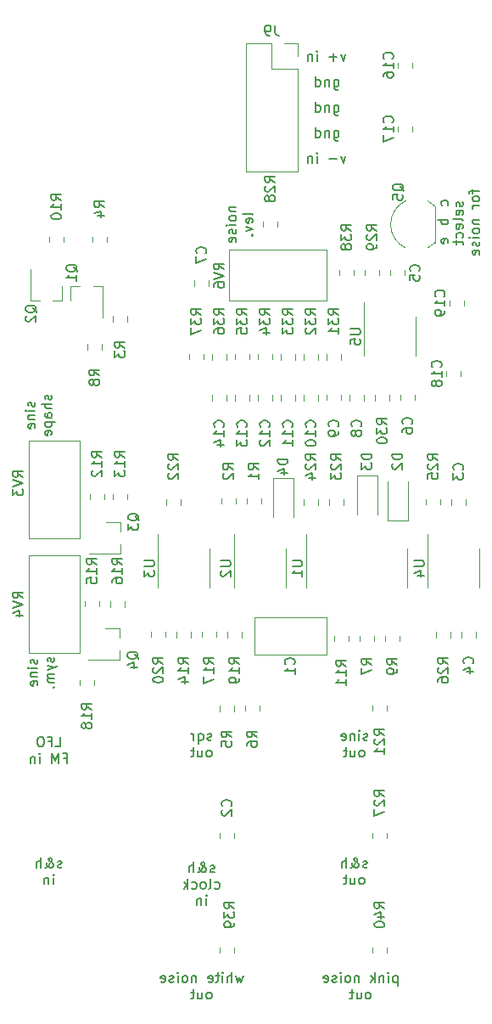
<source format=gbr>
G04 #@! TF.GenerationSoftware,KiCad,Pcbnew,5.1.6-c6e7f7d~87~ubuntu18.04.1*
G04 #@! TF.CreationDate,2020-11-08T18:53:39-05:00*
G04 #@! TF.ProjectId,modulation_source,6d6f6475-6c61-4746-996f-6e5f736f7572,0*
G04 #@! TF.SameCoordinates,Original*
G04 #@! TF.FileFunction,Legend,Bot*
G04 #@! TF.FilePolarity,Positive*
%FSLAX46Y46*%
G04 Gerber Fmt 4.6, Leading zero omitted, Abs format (unit mm)*
G04 Created by KiCad (PCBNEW 5.1.6-c6e7f7d~87~ubuntu18.04.1) date 2020-11-08 18:53:39*
%MOMM*%
%LPD*%
G01*
G04 APERTURE LIST*
%ADD10C,0.150000*%
%ADD11C,0.120000*%
G04 APERTURE END LIST*
D10*
X140191666Y-146280714D02*
X140191666Y-147280714D01*
X140191666Y-146328333D02*
X140096428Y-146280714D01*
X139905952Y-146280714D01*
X139810714Y-146328333D01*
X139763095Y-146375952D01*
X139715476Y-146471190D01*
X139715476Y-146756904D01*
X139763095Y-146852142D01*
X139810714Y-146899761D01*
X139905952Y-146947380D01*
X140096428Y-146947380D01*
X140191666Y-146899761D01*
X139286904Y-146947380D02*
X139286904Y-146280714D01*
X139286904Y-145947380D02*
X139334523Y-145995000D01*
X139286904Y-146042619D01*
X139239285Y-145995000D01*
X139286904Y-145947380D01*
X139286904Y-146042619D01*
X138810714Y-146280714D02*
X138810714Y-146947380D01*
X138810714Y-146375952D02*
X138763095Y-146328333D01*
X138667857Y-146280714D01*
X138525000Y-146280714D01*
X138429761Y-146328333D01*
X138382142Y-146423571D01*
X138382142Y-146947380D01*
X137905952Y-146947380D02*
X137905952Y-145947380D01*
X137810714Y-146566428D02*
X137525000Y-146947380D01*
X137525000Y-146280714D02*
X137905952Y-146661666D01*
X136334523Y-146280714D02*
X136334523Y-146947380D01*
X136334523Y-146375952D02*
X136286904Y-146328333D01*
X136191666Y-146280714D01*
X136048809Y-146280714D01*
X135953571Y-146328333D01*
X135905952Y-146423571D01*
X135905952Y-146947380D01*
X135286904Y-146947380D02*
X135382142Y-146899761D01*
X135429761Y-146852142D01*
X135477380Y-146756904D01*
X135477380Y-146471190D01*
X135429761Y-146375952D01*
X135382142Y-146328333D01*
X135286904Y-146280714D01*
X135144047Y-146280714D01*
X135048809Y-146328333D01*
X135001190Y-146375952D01*
X134953571Y-146471190D01*
X134953571Y-146756904D01*
X135001190Y-146852142D01*
X135048809Y-146899761D01*
X135144047Y-146947380D01*
X135286904Y-146947380D01*
X134525000Y-146947380D02*
X134525000Y-146280714D01*
X134525000Y-145947380D02*
X134572619Y-145995000D01*
X134525000Y-146042619D01*
X134477380Y-145995000D01*
X134525000Y-145947380D01*
X134525000Y-146042619D01*
X134096428Y-146899761D02*
X134001190Y-146947380D01*
X133810714Y-146947380D01*
X133715476Y-146899761D01*
X133667857Y-146804523D01*
X133667857Y-146756904D01*
X133715476Y-146661666D01*
X133810714Y-146614047D01*
X133953571Y-146614047D01*
X134048809Y-146566428D01*
X134096428Y-146471190D01*
X134096428Y-146423571D01*
X134048809Y-146328333D01*
X133953571Y-146280714D01*
X133810714Y-146280714D01*
X133715476Y-146328333D01*
X132858333Y-146899761D02*
X132953571Y-146947380D01*
X133144047Y-146947380D01*
X133239285Y-146899761D01*
X133286904Y-146804523D01*
X133286904Y-146423571D01*
X133239285Y-146328333D01*
X133144047Y-146280714D01*
X132953571Y-146280714D01*
X132858333Y-146328333D01*
X132810714Y-146423571D01*
X132810714Y-146518809D01*
X133286904Y-146614047D01*
X137334523Y-148597380D02*
X137429761Y-148549761D01*
X137477380Y-148502142D01*
X137525000Y-148406904D01*
X137525000Y-148121190D01*
X137477380Y-148025952D01*
X137429761Y-147978333D01*
X137334523Y-147930714D01*
X137191666Y-147930714D01*
X137096428Y-147978333D01*
X137048809Y-148025952D01*
X137001190Y-148121190D01*
X137001190Y-148406904D01*
X137048809Y-148502142D01*
X137096428Y-148549761D01*
X137191666Y-148597380D01*
X137334523Y-148597380D01*
X136144047Y-147930714D02*
X136144047Y-148597380D01*
X136572619Y-147930714D02*
X136572619Y-148454523D01*
X136525000Y-148549761D01*
X136429761Y-148597380D01*
X136286904Y-148597380D01*
X136191666Y-148549761D01*
X136144047Y-148502142D01*
X135810714Y-147930714D02*
X135429761Y-147930714D01*
X135667857Y-147597380D02*
X135667857Y-148454523D01*
X135620238Y-148549761D01*
X135525000Y-148597380D01*
X135429761Y-148597380D01*
X124792857Y-146280714D02*
X124602380Y-146947380D01*
X124411904Y-146471190D01*
X124221428Y-146947380D01*
X124030952Y-146280714D01*
X123650000Y-146947380D02*
X123650000Y-145947380D01*
X123221428Y-146947380D02*
X123221428Y-146423571D01*
X123269047Y-146328333D01*
X123364285Y-146280714D01*
X123507142Y-146280714D01*
X123602380Y-146328333D01*
X123650000Y-146375952D01*
X122745238Y-146947380D02*
X122745238Y-146280714D01*
X122745238Y-145947380D02*
X122792857Y-145995000D01*
X122745238Y-146042619D01*
X122697619Y-145995000D01*
X122745238Y-145947380D01*
X122745238Y-146042619D01*
X122411904Y-146280714D02*
X122030952Y-146280714D01*
X122269047Y-145947380D02*
X122269047Y-146804523D01*
X122221428Y-146899761D01*
X122126190Y-146947380D01*
X122030952Y-146947380D01*
X121316666Y-146899761D02*
X121411904Y-146947380D01*
X121602380Y-146947380D01*
X121697619Y-146899761D01*
X121745238Y-146804523D01*
X121745238Y-146423571D01*
X121697619Y-146328333D01*
X121602380Y-146280714D01*
X121411904Y-146280714D01*
X121316666Y-146328333D01*
X121269047Y-146423571D01*
X121269047Y-146518809D01*
X121745238Y-146614047D01*
X120078571Y-146280714D02*
X120078571Y-146947380D01*
X120078571Y-146375952D02*
X120030952Y-146328333D01*
X119935714Y-146280714D01*
X119792857Y-146280714D01*
X119697619Y-146328333D01*
X119650000Y-146423571D01*
X119650000Y-146947380D01*
X119030952Y-146947380D02*
X119126190Y-146899761D01*
X119173809Y-146852142D01*
X119221428Y-146756904D01*
X119221428Y-146471190D01*
X119173809Y-146375952D01*
X119126190Y-146328333D01*
X119030952Y-146280714D01*
X118888095Y-146280714D01*
X118792857Y-146328333D01*
X118745238Y-146375952D01*
X118697619Y-146471190D01*
X118697619Y-146756904D01*
X118745238Y-146852142D01*
X118792857Y-146899761D01*
X118888095Y-146947380D01*
X119030952Y-146947380D01*
X118269047Y-146947380D02*
X118269047Y-146280714D01*
X118269047Y-145947380D02*
X118316666Y-145995000D01*
X118269047Y-146042619D01*
X118221428Y-145995000D01*
X118269047Y-145947380D01*
X118269047Y-146042619D01*
X117840476Y-146899761D02*
X117745238Y-146947380D01*
X117554761Y-146947380D01*
X117459523Y-146899761D01*
X117411904Y-146804523D01*
X117411904Y-146756904D01*
X117459523Y-146661666D01*
X117554761Y-146614047D01*
X117697619Y-146614047D01*
X117792857Y-146566428D01*
X117840476Y-146471190D01*
X117840476Y-146423571D01*
X117792857Y-146328333D01*
X117697619Y-146280714D01*
X117554761Y-146280714D01*
X117459523Y-146328333D01*
X116602380Y-146899761D02*
X116697619Y-146947380D01*
X116888095Y-146947380D01*
X116983333Y-146899761D01*
X117030952Y-146804523D01*
X117030952Y-146423571D01*
X116983333Y-146328333D01*
X116888095Y-146280714D01*
X116697619Y-146280714D01*
X116602380Y-146328333D01*
X116554761Y-146423571D01*
X116554761Y-146518809D01*
X117030952Y-146614047D01*
X121459523Y-148597380D02*
X121554761Y-148549761D01*
X121602380Y-148502142D01*
X121650000Y-148406904D01*
X121650000Y-148121190D01*
X121602380Y-148025952D01*
X121554761Y-147978333D01*
X121459523Y-147930714D01*
X121316666Y-147930714D01*
X121221428Y-147978333D01*
X121173809Y-148025952D01*
X121126190Y-148121190D01*
X121126190Y-148406904D01*
X121173809Y-148502142D01*
X121221428Y-148549761D01*
X121316666Y-148597380D01*
X121459523Y-148597380D01*
X120269047Y-147930714D02*
X120269047Y-148597380D01*
X120697619Y-147930714D02*
X120697619Y-148454523D01*
X120650000Y-148549761D01*
X120554761Y-148597380D01*
X120411904Y-148597380D01*
X120316666Y-148549761D01*
X120269047Y-148502142D01*
X119935714Y-147930714D02*
X119554761Y-147930714D01*
X119792857Y-147597380D02*
X119792857Y-148454523D01*
X119745238Y-148549761D01*
X119650000Y-148597380D01*
X119554761Y-148597380D01*
X106695714Y-135469761D02*
X106600476Y-135517380D01*
X106410000Y-135517380D01*
X106314761Y-135469761D01*
X106267142Y-135374523D01*
X106267142Y-135326904D01*
X106314761Y-135231666D01*
X106410000Y-135184047D01*
X106552857Y-135184047D01*
X106648095Y-135136428D01*
X106695714Y-135041190D01*
X106695714Y-134993571D01*
X106648095Y-134898333D01*
X106552857Y-134850714D01*
X106410000Y-134850714D01*
X106314761Y-134898333D01*
X105029047Y-135517380D02*
X105076666Y-135517380D01*
X105171904Y-135469761D01*
X105314761Y-135326904D01*
X105552857Y-135041190D01*
X105648095Y-134898333D01*
X105695714Y-134755476D01*
X105695714Y-134660238D01*
X105648095Y-134565000D01*
X105552857Y-134517380D01*
X105505238Y-134517380D01*
X105410000Y-134565000D01*
X105362380Y-134660238D01*
X105362380Y-134707857D01*
X105410000Y-134803095D01*
X105457619Y-134850714D01*
X105743333Y-135041190D01*
X105790952Y-135088809D01*
X105838571Y-135184047D01*
X105838571Y-135326904D01*
X105790952Y-135422142D01*
X105743333Y-135469761D01*
X105648095Y-135517380D01*
X105505238Y-135517380D01*
X105410000Y-135469761D01*
X105362380Y-135422142D01*
X105219523Y-135231666D01*
X105171904Y-135088809D01*
X105171904Y-134993571D01*
X104600476Y-135517380D02*
X104600476Y-134517380D01*
X104171904Y-135517380D02*
X104171904Y-134993571D01*
X104219523Y-134898333D01*
X104314761Y-134850714D01*
X104457619Y-134850714D01*
X104552857Y-134898333D01*
X104600476Y-134945952D01*
X105862380Y-137167380D02*
X105862380Y-136500714D01*
X105862380Y-136167380D02*
X105910000Y-136215000D01*
X105862380Y-136262619D01*
X105814761Y-136215000D01*
X105862380Y-136167380D01*
X105862380Y-136262619D01*
X105386190Y-136500714D02*
X105386190Y-137167380D01*
X105386190Y-136595952D02*
X105338571Y-136548333D01*
X105243333Y-136500714D01*
X105100476Y-136500714D01*
X105005238Y-136548333D01*
X104957619Y-136643571D01*
X104957619Y-137167380D01*
X121935714Y-135914761D02*
X121840476Y-135962380D01*
X121650000Y-135962380D01*
X121554761Y-135914761D01*
X121507142Y-135819523D01*
X121507142Y-135771904D01*
X121554761Y-135676666D01*
X121650000Y-135629047D01*
X121792857Y-135629047D01*
X121888095Y-135581428D01*
X121935714Y-135486190D01*
X121935714Y-135438571D01*
X121888095Y-135343333D01*
X121792857Y-135295714D01*
X121650000Y-135295714D01*
X121554761Y-135343333D01*
X120269047Y-135962380D02*
X120316666Y-135962380D01*
X120411904Y-135914761D01*
X120554761Y-135771904D01*
X120792857Y-135486190D01*
X120888095Y-135343333D01*
X120935714Y-135200476D01*
X120935714Y-135105238D01*
X120888095Y-135010000D01*
X120792857Y-134962380D01*
X120745238Y-134962380D01*
X120650000Y-135010000D01*
X120602380Y-135105238D01*
X120602380Y-135152857D01*
X120650000Y-135248095D01*
X120697619Y-135295714D01*
X120983333Y-135486190D01*
X121030952Y-135533809D01*
X121078571Y-135629047D01*
X121078571Y-135771904D01*
X121030952Y-135867142D01*
X120983333Y-135914761D01*
X120888095Y-135962380D01*
X120745238Y-135962380D01*
X120650000Y-135914761D01*
X120602380Y-135867142D01*
X120459523Y-135676666D01*
X120411904Y-135533809D01*
X120411904Y-135438571D01*
X119840476Y-135962380D02*
X119840476Y-134962380D01*
X119411904Y-135962380D02*
X119411904Y-135438571D01*
X119459523Y-135343333D01*
X119554761Y-135295714D01*
X119697619Y-135295714D01*
X119792857Y-135343333D01*
X119840476Y-135390952D01*
X121959523Y-137564761D02*
X122054761Y-137612380D01*
X122245238Y-137612380D01*
X122340476Y-137564761D01*
X122388095Y-137517142D01*
X122435714Y-137421904D01*
X122435714Y-137136190D01*
X122388095Y-137040952D01*
X122340476Y-136993333D01*
X122245238Y-136945714D01*
X122054761Y-136945714D01*
X121959523Y-136993333D01*
X121388095Y-137612380D02*
X121483333Y-137564761D01*
X121530952Y-137469523D01*
X121530952Y-136612380D01*
X120864285Y-137612380D02*
X120959523Y-137564761D01*
X121007142Y-137517142D01*
X121054761Y-137421904D01*
X121054761Y-137136190D01*
X121007142Y-137040952D01*
X120959523Y-136993333D01*
X120864285Y-136945714D01*
X120721428Y-136945714D01*
X120626190Y-136993333D01*
X120578571Y-137040952D01*
X120530952Y-137136190D01*
X120530952Y-137421904D01*
X120578571Y-137517142D01*
X120626190Y-137564761D01*
X120721428Y-137612380D01*
X120864285Y-137612380D01*
X119673809Y-137564761D02*
X119769047Y-137612380D01*
X119959523Y-137612380D01*
X120054761Y-137564761D01*
X120102380Y-137517142D01*
X120150000Y-137421904D01*
X120150000Y-137136190D01*
X120102380Y-137040952D01*
X120054761Y-136993333D01*
X119959523Y-136945714D01*
X119769047Y-136945714D01*
X119673809Y-136993333D01*
X119245238Y-137612380D02*
X119245238Y-136612380D01*
X119150000Y-137231428D02*
X118864285Y-137612380D01*
X118864285Y-136945714D02*
X119245238Y-137326666D01*
X121102380Y-139262380D02*
X121102380Y-138595714D01*
X121102380Y-138262380D02*
X121150000Y-138310000D01*
X121102380Y-138357619D01*
X121054761Y-138310000D01*
X121102380Y-138262380D01*
X121102380Y-138357619D01*
X120626190Y-138595714D02*
X120626190Y-139262380D01*
X120626190Y-138690952D02*
X120578571Y-138643333D01*
X120483333Y-138595714D01*
X120340476Y-138595714D01*
X120245238Y-138643333D01*
X120197619Y-138738571D01*
X120197619Y-139262380D01*
X137175714Y-135469761D02*
X137080476Y-135517380D01*
X136890000Y-135517380D01*
X136794761Y-135469761D01*
X136747142Y-135374523D01*
X136747142Y-135326904D01*
X136794761Y-135231666D01*
X136890000Y-135184047D01*
X137032857Y-135184047D01*
X137128095Y-135136428D01*
X137175714Y-135041190D01*
X137175714Y-134993571D01*
X137128095Y-134898333D01*
X137032857Y-134850714D01*
X136890000Y-134850714D01*
X136794761Y-134898333D01*
X135509047Y-135517380D02*
X135556666Y-135517380D01*
X135651904Y-135469761D01*
X135794761Y-135326904D01*
X136032857Y-135041190D01*
X136128095Y-134898333D01*
X136175714Y-134755476D01*
X136175714Y-134660238D01*
X136128095Y-134565000D01*
X136032857Y-134517380D01*
X135985238Y-134517380D01*
X135890000Y-134565000D01*
X135842380Y-134660238D01*
X135842380Y-134707857D01*
X135890000Y-134803095D01*
X135937619Y-134850714D01*
X136223333Y-135041190D01*
X136270952Y-135088809D01*
X136318571Y-135184047D01*
X136318571Y-135326904D01*
X136270952Y-135422142D01*
X136223333Y-135469761D01*
X136128095Y-135517380D01*
X135985238Y-135517380D01*
X135890000Y-135469761D01*
X135842380Y-135422142D01*
X135699523Y-135231666D01*
X135651904Y-135088809D01*
X135651904Y-134993571D01*
X135080476Y-135517380D02*
X135080476Y-134517380D01*
X134651904Y-135517380D02*
X134651904Y-134993571D01*
X134699523Y-134898333D01*
X134794761Y-134850714D01*
X134937619Y-134850714D01*
X135032857Y-134898333D01*
X135080476Y-134945952D01*
X136699523Y-137167380D02*
X136794761Y-137119761D01*
X136842380Y-137072142D01*
X136890000Y-136976904D01*
X136890000Y-136691190D01*
X136842380Y-136595952D01*
X136794761Y-136548333D01*
X136699523Y-136500714D01*
X136556666Y-136500714D01*
X136461428Y-136548333D01*
X136413809Y-136595952D01*
X136366190Y-136691190D01*
X136366190Y-136976904D01*
X136413809Y-137072142D01*
X136461428Y-137119761D01*
X136556666Y-137167380D01*
X136699523Y-137167380D01*
X135509047Y-136500714D02*
X135509047Y-137167380D01*
X135937619Y-136500714D02*
X135937619Y-137024523D01*
X135890000Y-137119761D01*
X135794761Y-137167380D01*
X135651904Y-137167380D01*
X135556666Y-137119761D01*
X135509047Y-137072142D01*
X135175714Y-136500714D02*
X134794761Y-136500714D01*
X135032857Y-136167380D02*
X135032857Y-137024523D01*
X134985238Y-137119761D01*
X134890000Y-137167380D01*
X134794761Y-137167380D01*
X137223333Y-122769761D02*
X137128095Y-122817380D01*
X136937619Y-122817380D01*
X136842380Y-122769761D01*
X136794761Y-122674523D01*
X136794761Y-122626904D01*
X136842380Y-122531666D01*
X136937619Y-122484047D01*
X137080476Y-122484047D01*
X137175714Y-122436428D01*
X137223333Y-122341190D01*
X137223333Y-122293571D01*
X137175714Y-122198333D01*
X137080476Y-122150714D01*
X136937619Y-122150714D01*
X136842380Y-122198333D01*
X136366190Y-122817380D02*
X136366190Y-122150714D01*
X136366190Y-121817380D02*
X136413809Y-121865000D01*
X136366190Y-121912619D01*
X136318571Y-121865000D01*
X136366190Y-121817380D01*
X136366190Y-121912619D01*
X135890000Y-122150714D02*
X135890000Y-122817380D01*
X135890000Y-122245952D02*
X135842380Y-122198333D01*
X135747142Y-122150714D01*
X135604285Y-122150714D01*
X135509047Y-122198333D01*
X135461428Y-122293571D01*
X135461428Y-122817380D01*
X134604285Y-122769761D02*
X134699523Y-122817380D01*
X134890000Y-122817380D01*
X134985238Y-122769761D01*
X135032857Y-122674523D01*
X135032857Y-122293571D01*
X134985238Y-122198333D01*
X134890000Y-122150714D01*
X134699523Y-122150714D01*
X134604285Y-122198333D01*
X134556666Y-122293571D01*
X134556666Y-122388809D01*
X135032857Y-122484047D01*
X136699523Y-124467380D02*
X136794761Y-124419761D01*
X136842380Y-124372142D01*
X136890000Y-124276904D01*
X136890000Y-123991190D01*
X136842380Y-123895952D01*
X136794761Y-123848333D01*
X136699523Y-123800714D01*
X136556666Y-123800714D01*
X136461428Y-123848333D01*
X136413809Y-123895952D01*
X136366190Y-123991190D01*
X136366190Y-124276904D01*
X136413809Y-124372142D01*
X136461428Y-124419761D01*
X136556666Y-124467380D01*
X136699523Y-124467380D01*
X135509047Y-123800714D02*
X135509047Y-124467380D01*
X135937619Y-123800714D02*
X135937619Y-124324523D01*
X135890000Y-124419761D01*
X135794761Y-124467380D01*
X135651904Y-124467380D01*
X135556666Y-124419761D01*
X135509047Y-124372142D01*
X135175714Y-123800714D02*
X134794761Y-123800714D01*
X135032857Y-123467380D02*
X135032857Y-124324523D01*
X134985238Y-124419761D01*
X134890000Y-124467380D01*
X134794761Y-124467380D01*
X121626190Y-122769761D02*
X121530952Y-122817380D01*
X121340476Y-122817380D01*
X121245238Y-122769761D01*
X121197619Y-122674523D01*
X121197619Y-122626904D01*
X121245238Y-122531666D01*
X121340476Y-122484047D01*
X121483333Y-122484047D01*
X121578571Y-122436428D01*
X121626190Y-122341190D01*
X121626190Y-122293571D01*
X121578571Y-122198333D01*
X121483333Y-122150714D01*
X121340476Y-122150714D01*
X121245238Y-122198333D01*
X120340476Y-122150714D02*
X120340476Y-123150714D01*
X120340476Y-122769761D02*
X120435714Y-122817380D01*
X120626190Y-122817380D01*
X120721428Y-122769761D01*
X120769047Y-122722142D01*
X120816666Y-122626904D01*
X120816666Y-122341190D01*
X120769047Y-122245952D01*
X120721428Y-122198333D01*
X120626190Y-122150714D01*
X120435714Y-122150714D01*
X120340476Y-122198333D01*
X119864285Y-122817380D02*
X119864285Y-122150714D01*
X119864285Y-122341190D02*
X119816666Y-122245952D01*
X119769047Y-122198333D01*
X119673809Y-122150714D01*
X119578571Y-122150714D01*
X121459523Y-124467380D02*
X121554761Y-124419761D01*
X121602380Y-124372142D01*
X121650000Y-124276904D01*
X121650000Y-123991190D01*
X121602380Y-123895952D01*
X121554761Y-123848333D01*
X121459523Y-123800714D01*
X121316666Y-123800714D01*
X121221428Y-123848333D01*
X121173809Y-123895952D01*
X121126190Y-123991190D01*
X121126190Y-124276904D01*
X121173809Y-124372142D01*
X121221428Y-124419761D01*
X121316666Y-124467380D01*
X121459523Y-124467380D01*
X120269047Y-123800714D02*
X120269047Y-124467380D01*
X120697619Y-123800714D02*
X120697619Y-124324523D01*
X120650000Y-124419761D01*
X120554761Y-124467380D01*
X120411904Y-124467380D01*
X120316666Y-124419761D01*
X120269047Y-124372142D01*
X119935714Y-123800714D02*
X119554761Y-123800714D01*
X119792857Y-123467380D02*
X119792857Y-124324523D01*
X119745238Y-124419761D01*
X119650000Y-124467380D01*
X119554761Y-124467380D01*
X106052857Y-123452380D02*
X106529047Y-123452380D01*
X106529047Y-122452380D01*
X105386190Y-122928571D02*
X105719523Y-122928571D01*
X105719523Y-123452380D02*
X105719523Y-122452380D01*
X105243333Y-122452380D01*
X104671904Y-122452380D02*
X104481428Y-122452380D01*
X104386190Y-122500000D01*
X104290952Y-122595238D01*
X104243333Y-122785714D01*
X104243333Y-123119047D01*
X104290952Y-123309523D01*
X104386190Y-123404761D01*
X104481428Y-123452380D01*
X104671904Y-123452380D01*
X104767142Y-123404761D01*
X104862380Y-123309523D01*
X104910000Y-123119047D01*
X104910000Y-122785714D01*
X104862380Y-122595238D01*
X104767142Y-122500000D01*
X104671904Y-122452380D01*
X106910000Y-124578571D02*
X107243333Y-124578571D01*
X107243333Y-125102380D02*
X107243333Y-124102380D01*
X106767142Y-124102380D01*
X106386190Y-125102380D02*
X106386190Y-124102380D01*
X106052857Y-124816666D01*
X105719523Y-124102380D01*
X105719523Y-125102380D01*
X104481428Y-125102380D02*
X104481428Y-124435714D01*
X104481428Y-124102380D02*
X104529047Y-124150000D01*
X104481428Y-124197619D01*
X104433809Y-124150000D01*
X104481428Y-124102380D01*
X104481428Y-124197619D01*
X104005238Y-124435714D02*
X104005238Y-125102380D01*
X104005238Y-124530952D02*
X103957619Y-124483333D01*
X103862380Y-124435714D01*
X103719523Y-124435714D01*
X103624285Y-124483333D01*
X103576666Y-124578571D01*
X103576666Y-125102380D01*
X145184761Y-69453095D02*
X145232380Y-69357857D01*
X145232380Y-69167380D01*
X145184761Y-69072142D01*
X145137142Y-69024523D01*
X145041904Y-68976904D01*
X144756190Y-68976904D01*
X144660952Y-69024523D01*
X144613333Y-69072142D01*
X144565714Y-69167380D01*
X144565714Y-69357857D01*
X144613333Y-69453095D01*
X145184761Y-73215476D02*
X145232380Y-73120238D01*
X145232380Y-72929761D01*
X145184761Y-72834523D01*
X145089523Y-72786904D01*
X144708571Y-72786904D01*
X144613333Y-72834523D01*
X144565714Y-72929761D01*
X144565714Y-73120238D01*
X144613333Y-73215476D01*
X144708571Y-73263095D01*
X144803809Y-73263095D01*
X144899047Y-72786904D01*
X145232380Y-70905714D02*
X144232380Y-70905714D01*
X144613333Y-70905714D02*
X144565714Y-71000952D01*
X144565714Y-71191428D01*
X144613333Y-71286666D01*
X144660952Y-71334285D01*
X144756190Y-71381904D01*
X145041904Y-71381904D01*
X145137142Y-71334285D01*
X145184761Y-71286666D01*
X145232380Y-71191428D01*
X145232380Y-71000952D01*
X145184761Y-70905714D01*
X146671161Y-69148580D02*
X146718780Y-69243819D01*
X146718780Y-69434295D01*
X146671161Y-69529533D01*
X146575923Y-69577152D01*
X146528304Y-69577152D01*
X146433066Y-69529533D01*
X146385447Y-69434295D01*
X146385447Y-69291438D01*
X146337828Y-69196200D01*
X146242590Y-69148580D01*
X146194971Y-69148580D01*
X146099733Y-69196200D01*
X146052114Y-69291438D01*
X146052114Y-69434295D01*
X146099733Y-69529533D01*
X146671161Y-70386676D02*
X146718780Y-70291438D01*
X146718780Y-70100961D01*
X146671161Y-70005723D01*
X146575923Y-69958104D01*
X146194971Y-69958104D01*
X146099733Y-70005723D01*
X146052114Y-70100961D01*
X146052114Y-70291438D01*
X146099733Y-70386676D01*
X146194971Y-70434295D01*
X146290209Y-70434295D01*
X146385447Y-69958104D01*
X146718780Y-71005723D02*
X146671161Y-70910485D01*
X146575923Y-70862866D01*
X145718780Y-70862866D01*
X146671161Y-71767628D02*
X146718780Y-71672390D01*
X146718780Y-71481914D01*
X146671161Y-71386676D01*
X146575923Y-71339057D01*
X146194971Y-71339057D01*
X146099733Y-71386676D01*
X146052114Y-71481914D01*
X146052114Y-71672390D01*
X146099733Y-71767628D01*
X146194971Y-71815247D01*
X146290209Y-71815247D01*
X146385447Y-71339057D01*
X146671161Y-72672390D02*
X146718780Y-72577152D01*
X146718780Y-72386676D01*
X146671161Y-72291438D01*
X146623542Y-72243819D01*
X146528304Y-72196200D01*
X146242590Y-72196200D01*
X146147352Y-72243819D01*
X146099733Y-72291438D01*
X146052114Y-72386676D01*
X146052114Y-72577152D01*
X146099733Y-72672390D01*
X146052114Y-72958104D02*
X146052114Y-73339057D01*
X145718780Y-73100961D02*
X146575923Y-73100961D01*
X146671161Y-73148580D01*
X146718780Y-73243819D01*
X146718780Y-73339057D01*
X147702114Y-67886676D02*
X147702114Y-68267628D01*
X148368780Y-68029533D02*
X147511638Y-68029533D01*
X147416400Y-68077152D01*
X147368780Y-68172390D01*
X147368780Y-68267628D01*
X148368780Y-68743819D02*
X148321161Y-68648580D01*
X148273542Y-68600961D01*
X148178304Y-68553342D01*
X147892590Y-68553342D01*
X147797352Y-68600961D01*
X147749733Y-68648580D01*
X147702114Y-68743819D01*
X147702114Y-68886676D01*
X147749733Y-68981914D01*
X147797352Y-69029533D01*
X147892590Y-69077152D01*
X148178304Y-69077152D01*
X148273542Y-69029533D01*
X148321161Y-68981914D01*
X148368780Y-68886676D01*
X148368780Y-68743819D01*
X148368780Y-69505723D02*
X147702114Y-69505723D01*
X147892590Y-69505723D02*
X147797352Y-69553342D01*
X147749733Y-69600961D01*
X147702114Y-69696200D01*
X147702114Y-69791438D01*
X147702114Y-70886676D02*
X148368780Y-70886676D01*
X147797352Y-70886676D02*
X147749733Y-70934295D01*
X147702114Y-71029533D01*
X147702114Y-71172390D01*
X147749733Y-71267628D01*
X147844971Y-71315247D01*
X148368780Y-71315247D01*
X148368780Y-71934295D02*
X148321161Y-71839057D01*
X148273542Y-71791438D01*
X148178304Y-71743819D01*
X147892590Y-71743819D01*
X147797352Y-71791438D01*
X147749733Y-71839057D01*
X147702114Y-71934295D01*
X147702114Y-72077152D01*
X147749733Y-72172390D01*
X147797352Y-72220009D01*
X147892590Y-72267628D01*
X148178304Y-72267628D01*
X148273542Y-72220009D01*
X148321161Y-72172390D01*
X148368780Y-72077152D01*
X148368780Y-71934295D01*
X148368780Y-72696200D02*
X147702114Y-72696200D01*
X147368780Y-72696200D02*
X147416400Y-72648580D01*
X147464019Y-72696200D01*
X147416400Y-72743819D01*
X147368780Y-72696200D01*
X147464019Y-72696200D01*
X148321161Y-73124771D02*
X148368780Y-73220009D01*
X148368780Y-73410485D01*
X148321161Y-73505723D01*
X148225923Y-73553342D01*
X148178304Y-73553342D01*
X148083066Y-73505723D01*
X148035447Y-73410485D01*
X148035447Y-73267628D01*
X147987828Y-73172390D01*
X147892590Y-73124771D01*
X147844971Y-73124771D01*
X147749733Y-73172390D01*
X147702114Y-73267628D01*
X147702114Y-73410485D01*
X147749733Y-73505723D01*
X148321161Y-74362866D02*
X148368780Y-74267628D01*
X148368780Y-74077152D01*
X148321161Y-73981914D01*
X148225923Y-73934295D01*
X147844971Y-73934295D01*
X147749733Y-73981914D01*
X147702114Y-74077152D01*
X147702114Y-74267628D01*
X147749733Y-74362866D01*
X147844971Y-74410485D01*
X147940209Y-74410485D01*
X148035447Y-73934295D01*
X133855833Y-56935714D02*
X133855833Y-57745238D01*
X133903452Y-57840476D01*
X133951071Y-57888095D01*
X134046309Y-57935714D01*
X134189166Y-57935714D01*
X134284404Y-57888095D01*
X133855833Y-57554761D02*
X133951071Y-57602380D01*
X134141547Y-57602380D01*
X134236785Y-57554761D01*
X134284404Y-57507142D01*
X134332023Y-57411904D01*
X134332023Y-57126190D01*
X134284404Y-57030952D01*
X134236785Y-56983333D01*
X134141547Y-56935714D01*
X133951071Y-56935714D01*
X133855833Y-56983333D01*
X133379642Y-56935714D02*
X133379642Y-57602380D01*
X133379642Y-57030952D02*
X133332023Y-56983333D01*
X133236785Y-56935714D01*
X133093928Y-56935714D01*
X132998690Y-56983333D01*
X132951071Y-57078571D01*
X132951071Y-57602380D01*
X132046309Y-57602380D02*
X132046309Y-56602380D01*
X132046309Y-57554761D02*
X132141547Y-57602380D01*
X132332023Y-57602380D01*
X132427261Y-57554761D01*
X132474880Y-57507142D01*
X132522500Y-57411904D01*
X132522500Y-57126190D01*
X132474880Y-57030952D01*
X132427261Y-56983333D01*
X132332023Y-56935714D01*
X132141547Y-56935714D01*
X132046309Y-56983333D01*
X133855833Y-59475714D02*
X133855833Y-60285238D01*
X133903452Y-60380476D01*
X133951071Y-60428095D01*
X134046309Y-60475714D01*
X134189166Y-60475714D01*
X134284404Y-60428095D01*
X133855833Y-60094761D02*
X133951071Y-60142380D01*
X134141547Y-60142380D01*
X134236785Y-60094761D01*
X134284404Y-60047142D01*
X134332023Y-59951904D01*
X134332023Y-59666190D01*
X134284404Y-59570952D01*
X134236785Y-59523333D01*
X134141547Y-59475714D01*
X133951071Y-59475714D01*
X133855833Y-59523333D01*
X133379642Y-59475714D02*
X133379642Y-60142380D01*
X133379642Y-59570952D02*
X133332023Y-59523333D01*
X133236785Y-59475714D01*
X133093928Y-59475714D01*
X132998690Y-59523333D01*
X132951071Y-59618571D01*
X132951071Y-60142380D01*
X132046309Y-60142380D02*
X132046309Y-59142380D01*
X132046309Y-60094761D02*
X132141547Y-60142380D01*
X132332023Y-60142380D01*
X132427261Y-60094761D01*
X132474880Y-60047142D01*
X132522500Y-59951904D01*
X132522500Y-59666190D01*
X132474880Y-59570952D01*
X132427261Y-59523333D01*
X132332023Y-59475714D01*
X132141547Y-59475714D01*
X132046309Y-59523333D01*
X133855833Y-62015714D02*
X133855833Y-62825238D01*
X133903452Y-62920476D01*
X133951071Y-62968095D01*
X134046309Y-63015714D01*
X134189166Y-63015714D01*
X134284404Y-62968095D01*
X133855833Y-62634761D02*
X133951071Y-62682380D01*
X134141547Y-62682380D01*
X134236785Y-62634761D01*
X134284404Y-62587142D01*
X134332023Y-62491904D01*
X134332023Y-62206190D01*
X134284404Y-62110952D01*
X134236785Y-62063333D01*
X134141547Y-62015714D01*
X133951071Y-62015714D01*
X133855833Y-62063333D01*
X133379642Y-62015714D02*
X133379642Y-62682380D01*
X133379642Y-62110952D02*
X133332023Y-62063333D01*
X133236785Y-62015714D01*
X133093928Y-62015714D01*
X132998690Y-62063333D01*
X132951071Y-62158571D01*
X132951071Y-62682380D01*
X132046309Y-62682380D02*
X132046309Y-61682380D01*
X132046309Y-62634761D02*
X132141547Y-62682380D01*
X132332023Y-62682380D01*
X132427261Y-62634761D01*
X132474880Y-62587142D01*
X132522500Y-62491904D01*
X132522500Y-62206190D01*
X132474880Y-62110952D01*
X132427261Y-62063333D01*
X132332023Y-62015714D01*
X132141547Y-62015714D01*
X132046309Y-62063333D01*
X135014642Y-64555714D02*
X134776547Y-65222380D01*
X134538452Y-64555714D01*
X134157500Y-64841428D02*
X133395595Y-64841428D01*
X132157500Y-65222380D02*
X132157500Y-64555714D01*
X132157500Y-64222380D02*
X132205119Y-64270000D01*
X132157500Y-64317619D01*
X132109880Y-64270000D01*
X132157500Y-64222380D01*
X132157500Y-64317619D01*
X131681309Y-64555714D02*
X131681309Y-65222380D01*
X131681309Y-64650952D02*
X131633690Y-64603333D01*
X131538452Y-64555714D01*
X131395595Y-64555714D01*
X131300357Y-64603333D01*
X131252738Y-64698571D01*
X131252738Y-65222380D01*
X135014642Y-54395714D02*
X134776547Y-55062380D01*
X134538452Y-54395714D01*
X134157500Y-54681428D02*
X133395595Y-54681428D01*
X133776547Y-55062380D02*
X133776547Y-54300476D01*
X132157500Y-55062380D02*
X132157500Y-54395714D01*
X132157500Y-54062380D02*
X132205119Y-54110000D01*
X132157500Y-54157619D01*
X132109880Y-54110000D01*
X132157500Y-54062380D01*
X132157500Y-54157619D01*
X131681309Y-54395714D02*
X131681309Y-55062380D01*
X131681309Y-54490952D02*
X131633690Y-54443333D01*
X131538452Y-54395714D01*
X131395595Y-54395714D01*
X131300357Y-54443333D01*
X131252738Y-54538571D01*
X131252738Y-55062380D01*
X123420714Y-69635904D02*
X124087380Y-69635904D01*
X123515952Y-69635904D02*
X123468333Y-69683523D01*
X123420714Y-69778761D01*
X123420714Y-69921619D01*
X123468333Y-70016857D01*
X123563571Y-70064476D01*
X124087380Y-70064476D01*
X124087380Y-70683523D02*
X124039761Y-70588285D01*
X123992142Y-70540666D01*
X123896904Y-70493047D01*
X123611190Y-70493047D01*
X123515952Y-70540666D01*
X123468333Y-70588285D01*
X123420714Y-70683523D01*
X123420714Y-70826380D01*
X123468333Y-70921619D01*
X123515952Y-70969238D01*
X123611190Y-71016857D01*
X123896904Y-71016857D01*
X123992142Y-70969238D01*
X124039761Y-70921619D01*
X124087380Y-70826380D01*
X124087380Y-70683523D01*
X124087380Y-71445428D02*
X123420714Y-71445428D01*
X123087380Y-71445428D02*
X123135000Y-71397809D01*
X123182619Y-71445428D01*
X123135000Y-71493047D01*
X123087380Y-71445428D01*
X123182619Y-71445428D01*
X124039761Y-71874000D02*
X124087380Y-71969238D01*
X124087380Y-72159714D01*
X124039761Y-72254952D01*
X123944523Y-72302571D01*
X123896904Y-72302571D01*
X123801666Y-72254952D01*
X123754047Y-72159714D01*
X123754047Y-72016857D01*
X123706428Y-71921619D01*
X123611190Y-71874000D01*
X123563571Y-71874000D01*
X123468333Y-71921619D01*
X123420714Y-72016857D01*
X123420714Y-72159714D01*
X123468333Y-72254952D01*
X124039761Y-73112095D02*
X124087380Y-73016857D01*
X124087380Y-72826380D01*
X124039761Y-72731142D01*
X123944523Y-72683523D01*
X123563571Y-72683523D01*
X123468333Y-72731142D01*
X123420714Y-72826380D01*
X123420714Y-73016857D01*
X123468333Y-73112095D01*
X123563571Y-73159714D01*
X123658809Y-73159714D01*
X123754047Y-72683523D01*
X125737380Y-70445428D02*
X125689761Y-70350190D01*
X125594523Y-70302571D01*
X124737380Y-70302571D01*
X125689761Y-71207333D02*
X125737380Y-71112095D01*
X125737380Y-70921619D01*
X125689761Y-70826380D01*
X125594523Y-70778761D01*
X125213571Y-70778761D01*
X125118333Y-70826380D01*
X125070714Y-70921619D01*
X125070714Y-71112095D01*
X125118333Y-71207333D01*
X125213571Y-71254952D01*
X125308809Y-71254952D01*
X125404047Y-70778761D01*
X125070714Y-71588285D02*
X125737380Y-71826380D01*
X125070714Y-72064476D01*
X125642142Y-72445428D02*
X125689761Y-72493047D01*
X125737380Y-72445428D01*
X125689761Y-72397809D01*
X125642142Y-72445428D01*
X125737380Y-72445428D01*
X104227761Y-114744666D02*
X104275380Y-114839904D01*
X104275380Y-115030380D01*
X104227761Y-115125619D01*
X104132523Y-115173238D01*
X104084904Y-115173238D01*
X103989666Y-115125619D01*
X103942047Y-115030380D01*
X103942047Y-114887523D01*
X103894428Y-114792285D01*
X103799190Y-114744666D01*
X103751571Y-114744666D01*
X103656333Y-114792285D01*
X103608714Y-114887523D01*
X103608714Y-115030380D01*
X103656333Y-115125619D01*
X104275380Y-115601809D02*
X103608714Y-115601809D01*
X103275380Y-115601809D02*
X103323000Y-115554190D01*
X103370619Y-115601809D01*
X103323000Y-115649428D01*
X103275380Y-115601809D01*
X103370619Y-115601809D01*
X103608714Y-116078000D02*
X104275380Y-116078000D01*
X103703952Y-116078000D02*
X103656333Y-116125619D01*
X103608714Y-116220857D01*
X103608714Y-116363714D01*
X103656333Y-116458952D01*
X103751571Y-116506571D01*
X104275380Y-116506571D01*
X104227761Y-117363714D02*
X104275380Y-117268476D01*
X104275380Y-117078000D01*
X104227761Y-116982761D01*
X104132523Y-116935142D01*
X103751571Y-116935142D01*
X103656333Y-116982761D01*
X103608714Y-117078000D01*
X103608714Y-117268476D01*
X103656333Y-117363714D01*
X103751571Y-117411333D01*
X103846809Y-117411333D01*
X103942047Y-116935142D01*
X105877761Y-114578000D02*
X105925380Y-114673238D01*
X105925380Y-114863714D01*
X105877761Y-114958952D01*
X105782523Y-115006571D01*
X105734904Y-115006571D01*
X105639666Y-114958952D01*
X105592047Y-114863714D01*
X105592047Y-114720857D01*
X105544428Y-114625619D01*
X105449190Y-114578000D01*
X105401571Y-114578000D01*
X105306333Y-114625619D01*
X105258714Y-114720857D01*
X105258714Y-114863714D01*
X105306333Y-114958952D01*
X105258714Y-115339904D02*
X105925380Y-115578000D01*
X105258714Y-115816095D02*
X105925380Y-115578000D01*
X106163476Y-115482761D01*
X106211095Y-115435142D01*
X106258714Y-115339904D01*
X105925380Y-116197047D02*
X105258714Y-116197047D01*
X105353952Y-116197047D02*
X105306333Y-116244666D01*
X105258714Y-116339904D01*
X105258714Y-116482761D01*
X105306333Y-116578000D01*
X105401571Y-116625619D01*
X105925380Y-116625619D01*
X105401571Y-116625619D02*
X105306333Y-116673238D01*
X105258714Y-116768476D01*
X105258714Y-116911333D01*
X105306333Y-117006571D01*
X105401571Y-117054190D01*
X105925380Y-117054190D01*
X105830142Y-117530380D02*
X105877761Y-117578000D01*
X105925380Y-117530380D01*
X105877761Y-117482761D01*
X105830142Y-117530380D01*
X105925380Y-117530380D01*
X103973761Y-89090666D02*
X104021380Y-89185904D01*
X104021380Y-89376380D01*
X103973761Y-89471619D01*
X103878523Y-89519238D01*
X103830904Y-89519238D01*
X103735666Y-89471619D01*
X103688047Y-89376380D01*
X103688047Y-89233523D01*
X103640428Y-89138285D01*
X103545190Y-89090666D01*
X103497571Y-89090666D01*
X103402333Y-89138285D01*
X103354714Y-89233523D01*
X103354714Y-89376380D01*
X103402333Y-89471619D01*
X104021380Y-89947809D02*
X103354714Y-89947809D01*
X103021380Y-89947809D02*
X103069000Y-89900190D01*
X103116619Y-89947809D01*
X103069000Y-89995428D01*
X103021380Y-89947809D01*
X103116619Y-89947809D01*
X103354714Y-90424000D02*
X104021380Y-90424000D01*
X103449952Y-90424000D02*
X103402333Y-90471619D01*
X103354714Y-90566857D01*
X103354714Y-90709714D01*
X103402333Y-90804952D01*
X103497571Y-90852571D01*
X104021380Y-90852571D01*
X103973761Y-91709714D02*
X104021380Y-91614476D01*
X104021380Y-91424000D01*
X103973761Y-91328761D01*
X103878523Y-91281142D01*
X103497571Y-91281142D01*
X103402333Y-91328761D01*
X103354714Y-91424000D01*
X103354714Y-91614476D01*
X103402333Y-91709714D01*
X103497571Y-91757333D01*
X103592809Y-91757333D01*
X103688047Y-91281142D01*
X105623761Y-88424000D02*
X105671380Y-88519238D01*
X105671380Y-88709714D01*
X105623761Y-88804952D01*
X105528523Y-88852571D01*
X105480904Y-88852571D01*
X105385666Y-88804952D01*
X105338047Y-88709714D01*
X105338047Y-88566857D01*
X105290428Y-88471619D01*
X105195190Y-88424000D01*
X105147571Y-88424000D01*
X105052333Y-88471619D01*
X105004714Y-88566857D01*
X105004714Y-88709714D01*
X105052333Y-88804952D01*
X105671380Y-89281142D02*
X104671380Y-89281142D01*
X105671380Y-89709714D02*
X105147571Y-89709714D01*
X105052333Y-89662095D01*
X105004714Y-89566857D01*
X105004714Y-89424000D01*
X105052333Y-89328761D01*
X105099952Y-89281142D01*
X105671380Y-90614476D02*
X105147571Y-90614476D01*
X105052333Y-90566857D01*
X105004714Y-90471619D01*
X105004714Y-90281142D01*
X105052333Y-90185904D01*
X105623761Y-90614476D02*
X105671380Y-90519238D01*
X105671380Y-90281142D01*
X105623761Y-90185904D01*
X105528523Y-90138285D01*
X105433285Y-90138285D01*
X105338047Y-90185904D01*
X105290428Y-90281142D01*
X105290428Y-90519238D01*
X105242809Y-90614476D01*
X105004714Y-91090666D02*
X106004714Y-91090666D01*
X105052333Y-91090666D02*
X105004714Y-91185904D01*
X105004714Y-91376380D01*
X105052333Y-91471619D01*
X105099952Y-91519238D01*
X105195190Y-91566857D01*
X105480904Y-91566857D01*
X105576142Y-91519238D01*
X105623761Y-91471619D01*
X105671380Y-91376380D01*
X105671380Y-91185904D01*
X105623761Y-91090666D01*
X105623761Y-92376380D02*
X105671380Y-92281142D01*
X105671380Y-92090666D01*
X105623761Y-91995428D01*
X105528523Y-91947809D01*
X105147571Y-91947809D01*
X105052333Y-91995428D01*
X105004714Y-92090666D01*
X105004714Y-92281142D01*
X105052333Y-92376380D01*
X105147571Y-92424000D01*
X105242809Y-92424000D01*
X105338047Y-91947809D01*
D11*
X143235795Y-73698184D02*
G75*
G03*
X143963000Y-73174000I-1122795J2324184D01*
G01*
X141014193Y-73730400D02*
G75*
G02*
X139513000Y-71374000I1098807J2356400D01*
G01*
X141014193Y-69017600D02*
G75*
G03*
X139513000Y-71374000I1098807J-2356400D01*
G01*
X143235795Y-69049816D02*
G75*
G02*
X143963000Y-69574000I-1122795J-2324184D01*
G01*
X143963000Y-69574000D02*
X143963000Y-73174000D01*
X140410000Y-112378748D02*
X140410000Y-112901252D01*
X138990000Y-112378748D02*
X138990000Y-112901252D01*
X133120000Y-114265000D02*
X133120000Y-110525000D01*
X125880000Y-114265000D02*
X125880000Y-110525000D01*
X125880000Y-110525000D02*
X133120000Y-110525000D01*
X125880000Y-114265000D02*
X133120000Y-114265000D01*
X141680000Y-61578748D02*
X141680000Y-62101252D01*
X140260000Y-61578748D02*
X140260000Y-62101252D01*
X141680000Y-55228748D02*
X141680000Y-55751252D01*
X140260000Y-55228748D02*
X140260000Y-55751252D01*
X121360000Y-76963748D02*
X121360000Y-77486252D01*
X119940000Y-76963748D02*
X119940000Y-77486252D01*
X140514000Y-88898252D02*
X140514000Y-88375748D01*
X141934000Y-88898252D02*
X141934000Y-88375748D01*
X140918000Y-75929748D02*
X140918000Y-76452252D01*
X139498000Y-75929748D02*
X139498000Y-76452252D01*
X136886000Y-82550000D02*
X136886000Y-79100000D01*
X136886000Y-82550000D02*
X136886000Y-84500000D01*
X142006000Y-82550000D02*
X142006000Y-80600000D01*
X142006000Y-82550000D02*
X142006000Y-84500000D01*
X143236000Y-105664000D02*
X143236000Y-102214000D01*
X143236000Y-105664000D02*
X143236000Y-107614000D01*
X148356000Y-105664000D02*
X148356000Y-103714000D01*
X148356000Y-105664000D02*
X148356000Y-107614000D01*
X116312000Y-105664000D02*
X116312000Y-102214000D01*
X116312000Y-105664000D02*
X116312000Y-107614000D01*
X121432000Y-105664000D02*
X121432000Y-103714000D01*
X121432000Y-105664000D02*
X121432000Y-107614000D01*
X123932000Y-105664000D02*
X123932000Y-102214000D01*
X123932000Y-105664000D02*
X123932000Y-107614000D01*
X129052000Y-105664000D02*
X129052000Y-103714000D01*
X129052000Y-105664000D02*
X129052000Y-107614000D01*
X137720000Y-144016252D02*
X137720000Y-143493748D01*
X139140000Y-144016252D02*
X139140000Y-143493748D01*
X112496000Y-111638000D02*
X111036000Y-111638000D01*
X112496000Y-114798000D02*
X109336000Y-114798000D01*
X112496000Y-114798000D02*
X112496000Y-113868000D01*
X112496000Y-111638000D02*
X112496000Y-112568000D01*
X112544000Y-101036000D02*
X111084000Y-101036000D01*
X112544000Y-104196000D02*
X109384000Y-104196000D01*
X112544000Y-104196000D02*
X112544000Y-103266000D01*
X112544000Y-101036000D02*
X112544000Y-101966000D01*
X106736000Y-78992000D02*
X106736000Y-77532000D01*
X103576000Y-78992000D02*
X103576000Y-75832000D01*
X103576000Y-78992000D02*
X104506000Y-78992000D01*
X106736000Y-78992000D02*
X105806000Y-78992000D01*
X107574000Y-77496000D02*
X107574000Y-78956000D01*
X110734000Y-77496000D02*
X110734000Y-80656000D01*
X110734000Y-77496000D02*
X109804000Y-77496000D01*
X107574000Y-77496000D02*
X108504000Y-77496000D01*
X131084000Y-105664000D02*
X131084000Y-102214000D01*
X131084000Y-105664000D02*
X131084000Y-107614000D01*
X141204000Y-105664000D02*
X141204000Y-103714000D01*
X141204000Y-105664000D02*
X141204000Y-107614000D01*
X133155000Y-78984000D02*
X133155000Y-73914000D01*
X123385000Y-78984000D02*
X123385000Y-73914000D01*
X123385000Y-73914000D02*
X133155000Y-73914000D01*
X123385000Y-78984000D02*
X133155000Y-78984000D01*
X103388000Y-114105000D02*
X108458000Y-114105000D01*
X103388000Y-104335000D02*
X108458000Y-104335000D01*
X108458000Y-104335000D02*
X108458000Y-114105000D01*
X103388000Y-104335000D02*
X103388000Y-114105000D01*
X103388000Y-102675000D02*
X108458000Y-102675000D01*
X103388000Y-92905000D02*
X108458000Y-92905000D01*
X108458000Y-92905000D02*
X108458000Y-102675000D01*
X103388000Y-92905000D02*
X103388000Y-102675000D01*
X122480000Y-144016252D02*
X122480000Y-143493748D01*
X123900000Y-144016252D02*
X123900000Y-143493748D01*
X135838000Y-75929748D02*
X135838000Y-76452252D01*
X134418000Y-75929748D02*
X134418000Y-76452252D01*
X119432000Y-84843252D02*
X119432000Y-84320748D01*
X120852000Y-84843252D02*
X120852000Y-84320748D01*
X121718000Y-84852252D02*
X121718000Y-84329748D01*
X123138000Y-84852252D02*
X123138000Y-84329748D01*
X124004000Y-84834252D02*
X124004000Y-84311748D01*
X125424000Y-84834252D02*
X125424000Y-84311748D01*
X126290000Y-84834252D02*
X126290000Y-84311748D01*
X127710000Y-84834252D02*
X127710000Y-84311748D01*
X128576000Y-84852252D02*
X128576000Y-84329748D01*
X129996000Y-84852252D02*
X129996000Y-84329748D01*
X130862000Y-84852252D02*
X130862000Y-84329748D01*
X132282000Y-84852252D02*
X132282000Y-84329748D01*
X133148000Y-84852252D02*
X133148000Y-84329748D01*
X134568000Y-84852252D02*
X134568000Y-84329748D01*
X139394000Y-88393748D02*
X139394000Y-88916252D01*
X137974000Y-88393748D02*
X137974000Y-88916252D01*
X138378000Y-75929748D02*
X138378000Y-76452252D01*
X136958000Y-75929748D02*
X136958000Y-76452252D01*
X128218000Y-71112748D02*
X128218000Y-71635252D01*
X126798000Y-71112748D02*
X126798000Y-71635252D01*
X137720000Y-132586252D02*
X137720000Y-132063748D01*
X139140000Y-132586252D02*
X139140000Y-132063748D01*
X145490000Y-112015748D02*
X145490000Y-112538252D01*
X144070000Y-112015748D02*
X144070000Y-112538252D01*
X143054000Y-99312252D02*
X143054000Y-98789748D01*
X144474000Y-99312252D02*
X144474000Y-98789748D01*
X132282000Y-98807748D02*
X132282000Y-99330252D01*
X130862000Y-98807748D02*
X130862000Y-99330252D01*
X133402000Y-99330252D02*
X133402000Y-98807748D01*
X134822000Y-99330252D02*
X134822000Y-98807748D01*
X118566000Y-98807748D02*
X118566000Y-99330252D01*
X117146000Y-98807748D02*
X117146000Y-99330252D01*
X137720000Y-119886252D02*
X137720000Y-119363748D01*
X139140000Y-119886252D02*
X139140000Y-119363748D01*
X115622000Y-112520252D02*
X115622000Y-111997748D01*
X117042000Y-112520252D02*
X117042000Y-111997748D01*
X123242000Y-112538252D02*
X123242000Y-112015748D01*
X124662000Y-112538252D02*
X124662000Y-112015748D01*
X108510000Y-117346252D02*
X108510000Y-116823748D01*
X109930000Y-117346252D02*
X109930000Y-116823748D01*
X122122000Y-112006748D02*
X122122000Y-112529252D01*
X120702000Y-112006748D02*
X120702000Y-112529252D01*
X112978000Y-108967748D02*
X112978000Y-109490252D01*
X111558000Y-108967748D02*
X111558000Y-109490252D01*
X110438000Y-108949748D02*
X110438000Y-109472252D01*
X109018000Y-108949748D02*
X109018000Y-109472252D01*
X119582000Y-112015748D02*
X119582000Y-112538252D01*
X118162000Y-112015748D02*
X118162000Y-112538252D01*
X113232000Y-98281748D02*
X113232000Y-98804252D01*
X111812000Y-98281748D02*
X111812000Y-98804252D01*
X110946000Y-98281748D02*
X110946000Y-98804252D01*
X109526000Y-98281748D02*
X109526000Y-98804252D01*
X133910000Y-112901252D02*
X133910000Y-112378748D01*
X135330000Y-112901252D02*
X135330000Y-112378748D01*
X106882000Y-72627748D02*
X106882000Y-73150252D01*
X105462000Y-72627748D02*
X105462000Y-73150252D01*
X110692000Y-83313748D02*
X110692000Y-83836252D01*
X109272000Y-83313748D02*
X109272000Y-83836252D01*
X137870000Y-112378748D02*
X137870000Y-112901252D01*
X136450000Y-112378748D02*
X136450000Y-112901252D01*
X125020000Y-119886252D02*
X125020000Y-119363748D01*
X126440000Y-119886252D02*
X126440000Y-119363748D01*
X122480000Y-119904252D02*
X122480000Y-119381748D01*
X123900000Y-119904252D02*
X123900000Y-119381748D01*
X109780000Y-73150252D02*
X109780000Y-72627748D01*
X111200000Y-73150252D02*
X111200000Y-72627748D01*
X113232000Y-80519748D02*
X113232000Y-81042252D01*
X111812000Y-80519748D02*
X111812000Y-81042252D01*
X124027000Y-98662748D02*
X124027000Y-99185252D01*
X122607000Y-98662748D02*
X122607000Y-99185252D01*
X126567000Y-98662748D02*
X126567000Y-99185252D01*
X125147000Y-98662748D02*
X125147000Y-99185252D01*
X130235000Y-53280000D02*
X128905000Y-53280000D01*
X130235000Y-54610000D02*
X130235000Y-53280000D01*
X127635000Y-53280000D02*
X125035000Y-53280000D01*
X127635000Y-55880000D02*
X127635000Y-53280000D01*
X130235000Y-55880000D02*
X127635000Y-55880000D01*
X125035000Y-53280000D02*
X125035000Y-66100000D01*
X130235000Y-55880000D02*
X130235000Y-66100000D01*
X130235000Y-66100000D02*
X125035000Y-66100000D01*
X127778000Y-96684000D02*
X127778000Y-100584000D01*
X129778000Y-96684000D02*
X129778000Y-100584000D01*
X127778000Y-96684000D02*
X129778000Y-96684000D01*
X136160000Y-96428000D02*
X136160000Y-100328000D01*
X138160000Y-96428000D02*
X138160000Y-100328000D01*
X136160000Y-96428000D02*
X138160000Y-96428000D01*
X141208000Y-100928000D02*
X141208000Y-97028000D01*
X139208000Y-100928000D02*
X139208000Y-97028000D01*
X141208000Y-100928000D02*
X139208000Y-100928000D01*
X146823500Y-78932248D02*
X146823500Y-79454752D01*
X145403500Y-78932248D02*
X145403500Y-79454752D01*
X146506000Y-85980748D02*
X146506000Y-86503252D01*
X145086000Y-85980748D02*
X145086000Y-86503252D01*
X121718000Y-88916252D02*
X121718000Y-88393748D01*
X123138000Y-88916252D02*
X123138000Y-88393748D01*
X124004000Y-88916252D02*
X124004000Y-88393748D01*
X125424000Y-88916252D02*
X125424000Y-88393748D01*
X126290000Y-88916252D02*
X126290000Y-88393748D01*
X127710000Y-88916252D02*
X127710000Y-88393748D01*
X128576000Y-88916252D02*
X128576000Y-88393748D01*
X129996000Y-88916252D02*
X129996000Y-88393748D01*
X130862000Y-88916252D02*
X130862000Y-88393748D01*
X132282000Y-88916252D02*
X132282000Y-88393748D01*
X133148000Y-88907252D02*
X133148000Y-88384748D01*
X134568000Y-88907252D02*
X134568000Y-88384748D01*
X135434000Y-88916252D02*
X135434000Y-88393748D01*
X136854000Y-88916252D02*
X136854000Y-88393748D01*
X148030000Y-112015748D02*
X148030000Y-112538252D01*
X146610000Y-112015748D02*
X146610000Y-112538252D01*
X147014000Y-98807748D02*
X147014000Y-99330252D01*
X145594000Y-98807748D02*
X145594000Y-99330252D01*
X123900000Y-132072748D02*
X123900000Y-132595252D01*
X122480000Y-132072748D02*
X122480000Y-132595252D01*
D10*
X140819119Y-68040261D02*
X140771500Y-67945023D01*
X140676261Y-67849785D01*
X140533404Y-67706928D01*
X140485785Y-67611690D01*
X140485785Y-67516452D01*
X140723880Y-67564071D02*
X140676261Y-67468833D01*
X140581023Y-67373595D01*
X140390547Y-67325976D01*
X140057214Y-67325976D01*
X139866738Y-67373595D01*
X139771500Y-67468833D01*
X139723880Y-67564071D01*
X139723880Y-67754547D01*
X139771500Y-67849785D01*
X139866738Y-67945023D01*
X140057214Y-67992642D01*
X140390547Y-67992642D01*
X140581023Y-67945023D01*
X140676261Y-67849785D01*
X140723880Y-67754547D01*
X140723880Y-67564071D01*
X139723880Y-68897404D02*
X139723880Y-68421214D01*
X140200071Y-68373595D01*
X140152452Y-68421214D01*
X140104833Y-68516452D01*
X140104833Y-68754547D01*
X140152452Y-68849785D01*
X140200071Y-68897404D01*
X140295309Y-68945023D01*
X140533404Y-68945023D01*
X140628642Y-68897404D01*
X140676261Y-68849785D01*
X140723880Y-68754547D01*
X140723880Y-68516452D01*
X140676261Y-68421214D01*
X140628642Y-68373595D01*
X140152380Y-115258333D02*
X139676190Y-114925000D01*
X140152380Y-114686904D02*
X139152380Y-114686904D01*
X139152380Y-115067857D01*
X139200000Y-115163095D01*
X139247619Y-115210714D01*
X139342857Y-115258333D01*
X139485714Y-115258333D01*
X139580952Y-115210714D01*
X139628571Y-115163095D01*
X139676190Y-115067857D01*
X139676190Y-114686904D01*
X140152380Y-115734523D02*
X140152380Y-115925000D01*
X140104761Y-116020238D01*
X140057142Y-116067857D01*
X139914285Y-116163095D01*
X139723809Y-116210714D01*
X139342857Y-116210714D01*
X139247619Y-116163095D01*
X139200000Y-116115476D01*
X139152380Y-116020238D01*
X139152380Y-115829761D01*
X139200000Y-115734523D01*
X139247619Y-115686904D01*
X139342857Y-115639285D01*
X139580952Y-115639285D01*
X139676190Y-115686904D01*
X139723809Y-115734523D01*
X139771428Y-115829761D01*
X139771428Y-116020238D01*
X139723809Y-116115476D01*
X139676190Y-116163095D01*
X139580952Y-116210714D01*
X129857142Y-115228333D02*
X129904761Y-115180714D01*
X129952380Y-115037857D01*
X129952380Y-114942619D01*
X129904761Y-114799761D01*
X129809523Y-114704523D01*
X129714285Y-114656904D01*
X129523809Y-114609285D01*
X129380952Y-114609285D01*
X129190476Y-114656904D01*
X129095238Y-114704523D01*
X129000000Y-114799761D01*
X128952380Y-114942619D01*
X128952380Y-115037857D01*
X129000000Y-115180714D01*
X129047619Y-115228333D01*
X129952380Y-116180714D02*
X129952380Y-115609285D01*
X129952380Y-115895000D02*
X128952380Y-115895000D01*
X129095238Y-115799761D01*
X129190476Y-115704523D01*
X129238095Y-115609285D01*
X139677142Y-61197142D02*
X139724761Y-61149523D01*
X139772380Y-61006666D01*
X139772380Y-60911428D01*
X139724761Y-60768571D01*
X139629523Y-60673333D01*
X139534285Y-60625714D01*
X139343809Y-60578095D01*
X139200952Y-60578095D01*
X139010476Y-60625714D01*
X138915238Y-60673333D01*
X138820000Y-60768571D01*
X138772380Y-60911428D01*
X138772380Y-61006666D01*
X138820000Y-61149523D01*
X138867619Y-61197142D01*
X139772380Y-62149523D02*
X139772380Y-61578095D01*
X139772380Y-61863809D02*
X138772380Y-61863809D01*
X138915238Y-61768571D01*
X139010476Y-61673333D01*
X139058095Y-61578095D01*
X138772380Y-62482857D02*
X138772380Y-63149523D01*
X139772380Y-62720952D01*
X139677142Y-54847142D02*
X139724761Y-54799523D01*
X139772380Y-54656666D01*
X139772380Y-54561428D01*
X139724761Y-54418571D01*
X139629523Y-54323333D01*
X139534285Y-54275714D01*
X139343809Y-54228095D01*
X139200952Y-54228095D01*
X139010476Y-54275714D01*
X138915238Y-54323333D01*
X138820000Y-54418571D01*
X138772380Y-54561428D01*
X138772380Y-54656666D01*
X138820000Y-54799523D01*
X138867619Y-54847142D01*
X139772380Y-55799523D02*
X139772380Y-55228095D01*
X139772380Y-55513809D02*
X138772380Y-55513809D01*
X138915238Y-55418571D01*
X139010476Y-55323333D01*
X139058095Y-55228095D01*
X138772380Y-56656666D02*
X138772380Y-56466190D01*
X138820000Y-56370952D01*
X138867619Y-56323333D01*
X139010476Y-56228095D01*
X139200952Y-56180476D01*
X139581904Y-56180476D01*
X139677142Y-56228095D01*
X139724761Y-56275714D01*
X139772380Y-56370952D01*
X139772380Y-56561428D01*
X139724761Y-56656666D01*
X139677142Y-56704285D01*
X139581904Y-56751904D01*
X139343809Y-56751904D01*
X139248571Y-56704285D01*
X139200952Y-56656666D01*
X139153333Y-56561428D01*
X139153333Y-56370952D01*
X139200952Y-56275714D01*
X139248571Y-56228095D01*
X139343809Y-56180476D01*
X121007142Y-74255333D02*
X121054761Y-74207714D01*
X121102380Y-74064857D01*
X121102380Y-73969619D01*
X121054761Y-73826761D01*
X120959523Y-73731523D01*
X120864285Y-73683904D01*
X120673809Y-73636285D01*
X120530952Y-73636285D01*
X120340476Y-73683904D01*
X120245238Y-73731523D01*
X120150000Y-73826761D01*
X120102380Y-73969619D01*
X120102380Y-74064857D01*
X120150000Y-74207714D01*
X120197619Y-74255333D01*
X120102380Y-74588666D02*
X120102380Y-75255333D01*
X121102380Y-74826761D01*
X141581142Y-91273333D02*
X141628761Y-91225714D01*
X141676380Y-91082857D01*
X141676380Y-90987619D01*
X141628761Y-90844761D01*
X141533523Y-90749523D01*
X141438285Y-90701904D01*
X141247809Y-90654285D01*
X141104952Y-90654285D01*
X140914476Y-90701904D01*
X140819238Y-90749523D01*
X140724000Y-90844761D01*
X140676380Y-90987619D01*
X140676380Y-91082857D01*
X140724000Y-91225714D01*
X140771619Y-91273333D01*
X140676380Y-92130476D02*
X140676380Y-91940000D01*
X140724000Y-91844761D01*
X140771619Y-91797142D01*
X140914476Y-91701904D01*
X141104952Y-91654285D01*
X141485904Y-91654285D01*
X141581142Y-91701904D01*
X141628761Y-91749523D01*
X141676380Y-91844761D01*
X141676380Y-92035238D01*
X141628761Y-92130476D01*
X141581142Y-92178095D01*
X141485904Y-92225714D01*
X141247809Y-92225714D01*
X141152571Y-92178095D01*
X141104952Y-92130476D01*
X141057333Y-92035238D01*
X141057333Y-91844761D01*
X141104952Y-91749523D01*
X141152571Y-91701904D01*
X141247809Y-91654285D01*
X142317742Y-76033333D02*
X142365361Y-75985714D01*
X142412980Y-75842857D01*
X142412980Y-75747619D01*
X142365361Y-75604761D01*
X142270123Y-75509523D01*
X142174885Y-75461904D01*
X141984409Y-75414285D01*
X141841552Y-75414285D01*
X141651076Y-75461904D01*
X141555838Y-75509523D01*
X141460600Y-75604761D01*
X141412980Y-75747619D01*
X141412980Y-75842857D01*
X141460600Y-75985714D01*
X141508219Y-76033333D01*
X141412980Y-76938095D02*
X141412980Y-76461904D01*
X141889171Y-76414285D01*
X141841552Y-76461904D01*
X141793933Y-76557142D01*
X141793933Y-76795238D01*
X141841552Y-76890476D01*
X141889171Y-76938095D01*
X141984409Y-76985714D01*
X142222504Y-76985714D01*
X142317742Y-76938095D01*
X142365361Y-76890476D01*
X142412980Y-76795238D01*
X142412980Y-76557142D01*
X142365361Y-76461904D01*
X142317742Y-76414285D01*
X135498380Y-81788095D02*
X136307904Y-81788095D01*
X136403142Y-81835714D01*
X136450761Y-81883333D01*
X136498380Y-81978571D01*
X136498380Y-82169047D01*
X136450761Y-82264285D01*
X136403142Y-82311904D01*
X136307904Y-82359523D01*
X135498380Y-82359523D01*
X135498380Y-83311904D02*
X135498380Y-82835714D01*
X135974571Y-82788095D01*
X135926952Y-82835714D01*
X135879333Y-82930952D01*
X135879333Y-83169047D01*
X135926952Y-83264285D01*
X135974571Y-83311904D01*
X136069809Y-83359523D01*
X136307904Y-83359523D01*
X136403142Y-83311904D01*
X136450761Y-83264285D01*
X136498380Y-83169047D01*
X136498380Y-82930952D01*
X136450761Y-82835714D01*
X136403142Y-82788095D01*
X141848380Y-104902095D02*
X142657904Y-104902095D01*
X142753142Y-104949714D01*
X142800761Y-104997333D01*
X142848380Y-105092571D01*
X142848380Y-105283047D01*
X142800761Y-105378285D01*
X142753142Y-105425904D01*
X142657904Y-105473523D01*
X141848380Y-105473523D01*
X142181714Y-106378285D02*
X142848380Y-106378285D01*
X141800761Y-106140190D02*
X142515047Y-105902095D01*
X142515047Y-106521142D01*
X114924380Y-104902095D02*
X115733904Y-104902095D01*
X115829142Y-104949714D01*
X115876761Y-104997333D01*
X115924380Y-105092571D01*
X115924380Y-105283047D01*
X115876761Y-105378285D01*
X115829142Y-105425904D01*
X115733904Y-105473523D01*
X114924380Y-105473523D01*
X114924380Y-105854476D02*
X114924380Y-106473523D01*
X115305333Y-106140190D01*
X115305333Y-106283047D01*
X115352952Y-106378285D01*
X115400571Y-106425904D01*
X115495809Y-106473523D01*
X115733904Y-106473523D01*
X115829142Y-106425904D01*
X115876761Y-106378285D01*
X115924380Y-106283047D01*
X115924380Y-105997333D01*
X115876761Y-105902095D01*
X115829142Y-105854476D01*
X122544380Y-104902095D02*
X123353904Y-104902095D01*
X123449142Y-104949714D01*
X123496761Y-104997333D01*
X123544380Y-105092571D01*
X123544380Y-105283047D01*
X123496761Y-105378285D01*
X123449142Y-105425904D01*
X123353904Y-105473523D01*
X122544380Y-105473523D01*
X122639619Y-105902095D02*
X122592000Y-105949714D01*
X122544380Y-106044952D01*
X122544380Y-106283047D01*
X122592000Y-106378285D01*
X122639619Y-106425904D01*
X122734857Y-106473523D01*
X122830095Y-106473523D01*
X122972952Y-106425904D01*
X123544380Y-105854476D01*
X123544380Y-106473523D01*
X138882380Y-139565142D02*
X138406190Y-139231809D01*
X138882380Y-138993714D02*
X137882380Y-138993714D01*
X137882380Y-139374666D01*
X137930000Y-139469904D01*
X137977619Y-139517523D01*
X138072857Y-139565142D01*
X138215714Y-139565142D01*
X138310952Y-139517523D01*
X138358571Y-139469904D01*
X138406190Y-139374666D01*
X138406190Y-138993714D01*
X138215714Y-140422285D02*
X138882380Y-140422285D01*
X137834761Y-140184190D02*
X138549047Y-139946095D01*
X138549047Y-140565142D01*
X137882380Y-141136571D02*
X137882380Y-141231809D01*
X137930000Y-141327047D01*
X137977619Y-141374666D01*
X138072857Y-141422285D01*
X138263333Y-141469904D01*
X138501428Y-141469904D01*
X138691904Y-141422285D01*
X138787142Y-141374666D01*
X138834761Y-141327047D01*
X138882380Y-141231809D01*
X138882380Y-141136571D01*
X138834761Y-141041333D01*
X138787142Y-140993714D01*
X138691904Y-140946095D01*
X138501428Y-140898476D01*
X138263333Y-140898476D01*
X138072857Y-140946095D01*
X137977619Y-140993714D01*
X137930000Y-141041333D01*
X137882380Y-141136571D01*
X114339619Y-114712761D02*
X114292000Y-114617523D01*
X114196761Y-114522285D01*
X114053904Y-114379428D01*
X114006285Y-114284190D01*
X114006285Y-114188952D01*
X114244380Y-114236571D02*
X114196761Y-114141333D01*
X114101523Y-114046095D01*
X113911047Y-113998476D01*
X113577714Y-113998476D01*
X113387238Y-114046095D01*
X113292000Y-114141333D01*
X113244380Y-114236571D01*
X113244380Y-114427047D01*
X113292000Y-114522285D01*
X113387238Y-114617523D01*
X113577714Y-114665142D01*
X113911047Y-114665142D01*
X114101523Y-114617523D01*
X114196761Y-114522285D01*
X114244380Y-114427047D01*
X114244380Y-114236571D01*
X113577714Y-115522285D02*
X114244380Y-115522285D01*
X113196761Y-115284190D02*
X113911047Y-115046095D01*
X113911047Y-115665142D01*
X114387619Y-100930761D02*
X114340000Y-100835523D01*
X114244761Y-100740285D01*
X114101904Y-100597428D01*
X114054285Y-100502190D01*
X114054285Y-100406952D01*
X114292380Y-100454571D02*
X114244761Y-100359333D01*
X114149523Y-100264095D01*
X113959047Y-100216476D01*
X113625714Y-100216476D01*
X113435238Y-100264095D01*
X113340000Y-100359333D01*
X113292380Y-100454571D01*
X113292380Y-100645047D01*
X113340000Y-100740285D01*
X113435238Y-100835523D01*
X113625714Y-100883142D01*
X113959047Y-100883142D01*
X114149523Y-100835523D01*
X114244761Y-100740285D01*
X114292380Y-100645047D01*
X114292380Y-100454571D01*
X113292380Y-101216476D02*
X113292380Y-101835523D01*
X113673333Y-101502190D01*
X113673333Y-101645047D01*
X113720952Y-101740285D01*
X113768571Y-101787904D01*
X113863809Y-101835523D01*
X114101904Y-101835523D01*
X114197142Y-101787904D01*
X114244761Y-101740285D01*
X114292380Y-101645047D01*
X114292380Y-101359333D01*
X114244761Y-101264095D01*
X114197142Y-101216476D01*
X104179619Y-80168761D02*
X104132000Y-80073523D01*
X104036761Y-79978285D01*
X103893904Y-79835428D01*
X103846285Y-79740190D01*
X103846285Y-79644952D01*
X104084380Y-79692571D02*
X104036761Y-79597333D01*
X103941523Y-79502095D01*
X103751047Y-79454476D01*
X103417714Y-79454476D01*
X103227238Y-79502095D01*
X103132000Y-79597333D01*
X103084380Y-79692571D01*
X103084380Y-79883047D01*
X103132000Y-79978285D01*
X103227238Y-80073523D01*
X103417714Y-80121142D01*
X103751047Y-80121142D01*
X103941523Y-80073523D01*
X104036761Y-79978285D01*
X104084380Y-79883047D01*
X104084380Y-79692571D01*
X103179619Y-80502095D02*
X103132000Y-80549714D01*
X103084380Y-80644952D01*
X103084380Y-80883047D01*
X103132000Y-80978285D01*
X103179619Y-81025904D01*
X103274857Y-81073523D01*
X103370095Y-81073523D01*
X103512952Y-81025904D01*
X104084380Y-80454476D01*
X104084380Y-81073523D01*
X108243619Y-76104761D02*
X108196000Y-76009523D01*
X108100761Y-75914285D01*
X107957904Y-75771428D01*
X107910285Y-75676190D01*
X107910285Y-75580952D01*
X108148380Y-75628571D02*
X108100761Y-75533333D01*
X108005523Y-75438095D01*
X107815047Y-75390476D01*
X107481714Y-75390476D01*
X107291238Y-75438095D01*
X107196000Y-75533333D01*
X107148380Y-75628571D01*
X107148380Y-75819047D01*
X107196000Y-75914285D01*
X107291238Y-76009523D01*
X107481714Y-76057142D01*
X107815047Y-76057142D01*
X108005523Y-76009523D01*
X108100761Y-75914285D01*
X108148380Y-75819047D01*
X108148380Y-75628571D01*
X108148380Y-77009523D02*
X108148380Y-76438095D01*
X108148380Y-76723809D02*
X107148380Y-76723809D01*
X107291238Y-76628571D01*
X107386476Y-76533333D01*
X107434095Y-76438095D01*
X129696380Y-104902095D02*
X130505904Y-104902095D01*
X130601142Y-104949714D01*
X130648761Y-104997333D01*
X130696380Y-105092571D01*
X130696380Y-105283047D01*
X130648761Y-105378285D01*
X130601142Y-105425904D01*
X130505904Y-105473523D01*
X129696380Y-105473523D01*
X130696380Y-106473523D02*
X130696380Y-105902095D01*
X130696380Y-106187809D02*
X129696380Y-106187809D01*
X129839238Y-106092571D01*
X129934476Y-105997333D01*
X129982095Y-105902095D01*
X122880380Y-75858761D02*
X122404190Y-75525428D01*
X122880380Y-75287333D02*
X121880380Y-75287333D01*
X121880380Y-75668285D01*
X121928000Y-75763523D01*
X121975619Y-75811142D01*
X122070857Y-75858761D01*
X122213714Y-75858761D01*
X122308952Y-75811142D01*
X122356571Y-75763523D01*
X122404190Y-75668285D01*
X122404190Y-75287333D01*
X121880380Y-76144476D02*
X122880380Y-76477809D01*
X121880380Y-76811142D01*
X121880380Y-77573047D02*
X121880380Y-77382571D01*
X121928000Y-77287333D01*
X121975619Y-77239714D01*
X122118476Y-77144476D01*
X122308952Y-77096857D01*
X122689904Y-77096857D01*
X122785142Y-77144476D01*
X122832761Y-77192095D01*
X122880380Y-77287333D01*
X122880380Y-77477809D01*
X122832761Y-77573047D01*
X122785142Y-77620666D01*
X122689904Y-77668285D01*
X122451809Y-77668285D01*
X122356571Y-77620666D01*
X122308952Y-77573047D01*
X122261333Y-77477809D01*
X122261333Y-77287333D01*
X122308952Y-77192095D01*
X122356571Y-77144476D01*
X122451809Y-77096857D01*
X102814380Y-108624761D02*
X102338190Y-108291428D01*
X102814380Y-108053333D02*
X101814380Y-108053333D01*
X101814380Y-108434285D01*
X101862000Y-108529523D01*
X101909619Y-108577142D01*
X102004857Y-108624761D01*
X102147714Y-108624761D01*
X102242952Y-108577142D01*
X102290571Y-108529523D01*
X102338190Y-108434285D01*
X102338190Y-108053333D01*
X101814380Y-108910476D02*
X102814380Y-109243809D01*
X101814380Y-109577142D01*
X102147714Y-110339047D02*
X102814380Y-110339047D01*
X101766761Y-110100952D02*
X102481047Y-109862857D01*
X102481047Y-110481904D01*
X102814380Y-96559761D02*
X102338190Y-96226428D01*
X102814380Y-95988333D02*
X101814380Y-95988333D01*
X101814380Y-96369285D01*
X101862000Y-96464523D01*
X101909619Y-96512142D01*
X102004857Y-96559761D01*
X102147714Y-96559761D01*
X102242952Y-96512142D01*
X102290571Y-96464523D01*
X102338190Y-96369285D01*
X102338190Y-95988333D01*
X101814380Y-96845476D02*
X102814380Y-97178809D01*
X101814380Y-97512142D01*
X101814380Y-97750238D02*
X101814380Y-98369285D01*
X102195333Y-98035952D01*
X102195333Y-98178809D01*
X102242952Y-98274047D01*
X102290571Y-98321666D01*
X102385809Y-98369285D01*
X102623904Y-98369285D01*
X102719142Y-98321666D01*
X102766761Y-98274047D01*
X102814380Y-98178809D01*
X102814380Y-97893095D01*
X102766761Y-97797857D01*
X102719142Y-97750238D01*
X123896380Y-139565142D02*
X123420190Y-139231809D01*
X123896380Y-138993714D02*
X122896380Y-138993714D01*
X122896380Y-139374666D01*
X122944000Y-139469904D01*
X122991619Y-139517523D01*
X123086857Y-139565142D01*
X123229714Y-139565142D01*
X123324952Y-139517523D01*
X123372571Y-139469904D01*
X123420190Y-139374666D01*
X123420190Y-138993714D01*
X122896380Y-139898476D02*
X122896380Y-140517523D01*
X123277333Y-140184190D01*
X123277333Y-140327047D01*
X123324952Y-140422285D01*
X123372571Y-140469904D01*
X123467809Y-140517523D01*
X123705904Y-140517523D01*
X123801142Y-140469904D01*
X123848761Y-140422285D01*
X123896380Y-140327047D01*
X123896380Y-140041333D01*
X123848761Y-139946095D01*
X123801142Y-139898476D01*
X123896380Y-140993714D02*
X123896380Y-141184190D01*
X123848761Y-141279428D01*
X123801142Y-141327047D01*
X123658285Y-141422285D01*
X123467809Y-141469904D01*
X123086857Y-141469904D01*
X122991619Y-141422285D01*
X122944000Y-141374666D01*
X122896380Y-141279428D01*
X122896380Y-141088952D01*
X122944000Y-140993714D01*
X122991619Y-140946095D01*
X123086857Y-140898476D01*
X123324952Y-140898476D01*
X123420190Y-140946095D01*
X123467809Y-140993714D01*
X123515428Y-141088952D01*
X123515428Y-141279428D01*
X123467809Y-141374666D01*
X123420190Y-141422285D01*
X123324952Y-141469904D01*
X135580380Y-71992142D02*
X135104190Y-71658809D01*
X135580380Y-71420714D02*
X134580380Y-71420714D01*
X134580380Y-71801666D01*
X134628000Y-71896904D01*
X134675619Y-71944523D01*
X134770857Y-71992142D01*
X134913714Y-71992142D01*
X135008952Y-71944523D01*
X135056571Y-71896904D01*
X135104190Y-71801666D01*
X135104190Y-71420714D01*
X134580380Y-72325476D02*
X134580380Y-72944523D01*
X134961333Y-72611190D01*
X134961333Y-72754047D01*
X135008952Y-72849285D01*
X135056571Y-72896904D01*
X135151809Y-72944523D01*
X135389904Y-72944523D01*
X135485142Y-72896904D01*
X135532761Y-72849285D01*
X135580380Y-72754047D01*
X135580380Y-72468333D01*
X135532761Y-72373095D01*
X135485142Y-72325476D01*
X135008952Y-73515952D02*
X134961333Y-73420714D01*
X134913714Y-73373095D01*
X134818476Y-73325476D01*
X134770857Y-73325476D01*
X134675619Y-73373095D01*
X134628000Y-73420714D01*
X134580380Y-73515952D01*
X134580380Y-73706428D01*
X134628000Y-73801666D01*
X134675619Y-73849285D01*
X134770857Y-73896904D01*
X134818476Y-73896904D01*
X134913714Y-73849285D01*
X134961333Y-73801666D01*
X135008952Y-73706428D01*
X135008952Y-73515952D01*
X135056571Y-73420714D01*
X135104190Y-73373095D01*
X135199428Y-73325476D01*
X135389904Y-73325476D01*
X135485142Y-73373095D01*
X135532761Y-73420714D01*
X135580380Y-73515952D01*
X135580380Y-73706428D01*
X135532761Y-73801666D01*
X135485142Y-73849285D01*
X135389904Y-73896904D01*
X135199428Y-73896904D01*
X135104190Y-73849285D01*
X135056571Y-73801666D01*
X135008952Y-73706428D01*
X120594380Y-80383142D02*
X120118190Y-80049809D01*
X120594380Y-79811714D02*
X119594380Y-79811714D01*
X119594380Y-80192666D01*
X119642000Y-80287904D01*
X119689619Y-80335523D01*
X119784857Y-80383142D01*
X119927714Y-80383142D01*
X120022952Y-80335523D01*
X120070571Y-80287904D01*
X120118190Y-80192666D01*
X120118190Y-79811714D01*
X119594380Y-80716476D02*
X119594380Y-81335523D01*
X119975333Y-81002190D01*
X119975333Y-81145047D01*
X120022952Y-81240285D01*
X120070571Y-81287904D01*
X120165809Y-81335523D01*
X120403904Y-81335523D01*
X120499142Y-81287904D01*
X120546761Y-81240285D01*
X120594380Y-81145047D01*
X120594380Y-80859333D01*
X120546761Y-80764095D01*
X120499142Y-80716476D01*
X119594380Y-81668857D02*
X119594380Y-82335523D01*
X120594380Y-81906952D01*
X122880380Y-80383142D02*
X122404190Y-80049809D01*
X122880380Y-79811714D02*
X121880380Y-79811714D01*
X121880380Y-80192666D01*
X121928000Y-80287904D01*
X121975619Y-80335523D01*
X122070857Y-80383142D01*
X122213714Y-80383142D01*
X122308952Y-80335523D01*
X122356571Y-80287904D01*
X122404190Y-80192666D01*
X122404190Y-79811714D01*
X121880380Y-80716476D02*
X121880380Y-81335523D01*
X122261333Y-81002190D01*
X122261333Y-81145047D01*
X122308952Y-81240285D01*
X122356571Y-81287904D01*
X122451809Y-81335523D01*
X122689904Y-81335523D01*
X122785142Y-81287904D01*
X122832761Y-81240285D01*
X122880380Y-81145047D01*
X122880380Y-80859333D01*
X122832761Y-80764095D01*
X122785142Y-80716476D01*
X121880380Y-82192666D02*
X121880380Y-82002190D01*
X121928000Y-81906952D01*
X121975619Y-81859333D01*
X122118476Y-81764095D01*
X122308952Y-81716476D01*
X122689904Y-81716476D01*
X122785142Y-81764095D01*
X122832761Y-81811714D01*
X122880380Y-81906952D01*
X122880380Y-82097428D01*
X122832761Y-82192666D01*
X122785142Y-82240285D01*
X122689904Y-82287904D01*
X122451809Y-82287904D01*
X122356571Y-82240285D01*
X122308952Y-82192666D01*
X122261333Y-82097428D01*
X122261333Y-81906952D01*
X122308952Y-81811714D01*
X122356571Y-81764095D01*
X122451809Y-81716476D01*
X125166380Y-80383142D02*
X124690190Y-80049809D01*
X125166380Y-79811714D02*
X124166380Y-79811714D01*
X124166380Y-80192666D01*
X124214000Y-80287904D01*
X124261619Y-80335523D01*
X124356857Y-80383142D01*
X124499714Y-80383142D01*
X124594952Y-80335523D01*
X124642571Y-80287904D01*
X124690190Y-80192666D01*
X124690190Y-79811714D01*
X124166380Y-80716476D02*
X124166380Y-81335523D01*
X124547333Y-81002190D01*
X124547333Y-81145047D01*
X124594952Y-81240285D01*
X124642571Y-81287904D01*
X124737809Y-81335523D01*
X124975904Y-81335523D01*
X125071142Y-81287904D01*
X125118761Y-81240285D01*
X125166380Y-81145047D01*
X125166380Y-80859333D01*
X125118761Y-80764095D01*
X125071142Y-80716476D01*
X124166380Y-82240285D02*
X124166380Y-81764095D01*
X124642571Y-81716476D01*
X124594952Y-81764095D01*
X124547333Y-81859333D01*
X124547333Y-82097428D01*
X124594952Y-82192666D01*
X124642571Y-82240285D01*
X124737809Y-82287904D01*
X124975904Y-82287904D01*
X125071142Y-82240285D01*
X125118761Y-82192666D01*
X125166380Y-82097428D01*
X125166380Y-81859333D01*
X125118761Y-81764095D01*
X125071142Y-81716476D01*
X127452380Y-80383142D02*
X126976190Y-80049809D01*
X127452380Y-79811714D02*
X126452380Y-79811714D01*
X126452380Y-80192666D01*
X126500000Y-80287904D01*
X126547619Y-80335523D01*
X126642857Y-80383142D01*
X126785714Y-80383142D01*
X126880952Y-80335523D01*
X126928571Y-80287904D01*
X126976190Y-80192666D01*
X126976190Y-79811714D01*
X126452380Y-80716476D02*
X126452380Y-81335523D01*
X126833333Y-81002190D01*
X126833333Y-81145047D01*
X126880952Y-81240285D01*
X126928571Y-81287904D01*
X127023809Y-81335523D01*
X127261904Y-81335523D01*
X127357142Y-81287904D01*
X127404761Y-81240285D01*
X127452380Y-81145047D01*
X127452380Y-80859333D01*
X127404761Y-80764095D01*
X127357142Y-80716476D01*
X126785714Y-82192666D02*
X127452380Y-82192666D01*
X126404761Y-81954571D02*
X127119047Y-81716476D01*
X127119047Y-82335523D01*
X129738380Y-80383142D02*
X129262190Y-80049809D01*
X129738380Y-79811714D02*
X128738380Y-79811714D01*
X128738380Y-80192666D01*
X128786000Y-80287904D01*
X128833619Y-80335523D01*
X128928857Y-80383142D01*
X129071714Y-80383142D01*
X129166952Y-80335523D01*
X129214571Y-80287904D01*
X129262190Y-80192666D01*
X129262190Y-79811714D01*
X128738380Y-80716476D02*
X128738380Y-81335523D01*
X129119333Y-81002190D01*
X129119333Y-81145047D01*
X129166952Y-81240285D01*
X129214571Y-81287904D01*
X129309809Y-81335523D01*
X129547904Y-81335523D01*
X129643142Y-81287904D01*
X129690761Y-81240285D01*
X129738380Y-81145047D01*
X129738380Y-80859333D01*
X129690761Y-80764095D01*
X129643142Y-80716476D01*
X128738380Y-81668857D02*
X128738380Y-82287904D01*
X129119333Y-81954571D01*
X129119333Y-82097428D01*
X129166952Y-82192666D01*
X129214571Y-82240285D01*
X129309809Y-82287904D01*
X129547904Y-82287904D01*
X129643142Y-82240285D01*
X129690761Y-82192666D01*
X129738380Y-82097428D01*
X129738380Y-81811714D01*
X129690761Y-81716476D01*
X129643142Y-81668857D01*
X132024380Y-80383142D02*
X131548190Y-80049809D01*
X132024380Y-79811714D02*
X131024380Y-79811714D01*
X131024380Y-80192666D01*
X131072000Y-80287904D01*
X131119619Y-80335523D01*
X131214857Y-80383142D01*
X131357714Y-80383142D01*
X131452952Y-80335523D01*
X131500571Y-80287904D01*
X131548190Y-80192666D01*
X131548190Y-79811714D01*
X131024380Y-80716476D02*
X131024380Y-81335523D01*
X131405333Y-81002190D01*
X131405333Y-81145047D01*
X131452952Y-81240285D01*
X131500571Y-81287904D01*
X131595809Y-81335523D01*
X131833904Y-81335523D01*
X131929142Y-81287904D01*
X131976761Y-81240285D01*
X132024380Y-81145047D01*
X132024380Y-80859333D01*
X131976761Y-80764095D01*
X131929142Y-80716476D01*
X131119619Y-81716476D02*
X131072000Y-81764095D01*
X131024380Y-81859333D01*
X131024380Y-82097428D01*
X131072000Y-82192666D01*
X131119619Y-82240285D01*
X131214857Y-82287904D01*
X131310095Y-82287904D01*
X131452952Y-82240285D01*
X132024380Y-81668857D01*
X132024380Y-82287904D01*
X134310380Y-80383142D02*
X133834190Y-80049809D01*
X134310380Y-79811714D02*
X133310380Y-79811714D01*
X133310380Y-80192666D01*
X133358000Y-80287904D01*
X133405619Y-80335523D01*
X133500857Y-80383142D01*
X133643714Y-80383142D01*
X133738952Y-80335523D01*
X133786571Y-80287904D01*
X133834190Y-80192666D01*
X133834190Y-79811714D01*
X133310380Y-80716476D02*
X133310380Y-81335523D01*
X133691333Y-81002190D01*
X133691333Y-81145047D01*
X133738952Y-81240285D01*
X133786571Y-81287904D01*
X133881809Y-81335523D01*
X134119904Y-81335523D01*
X134215142Y-81287904D01*
X134262761Y-81240285D01*
X134310380Y-81145047D01*
X134310380Y-80859333D01*
X134262761Y-80764095D01*
X134215142Y-80716476D01*
X134310380Y-82287904D02*
X134310380Y-81716476D01*
X134310380Y-82002190D02*
X133310380Y-82002190D01*
X133453238Y-81906952D01*
X133548476Y-81811714D01*
X133596095Y-81716476D01*
X139136380Y-91305142D02*
X138660190Y-90971809D01*
X139136380Y-90733714D02*
X138136380Y-90733714D01*
X138136380Y-91114666D01*
X138184000Y-91209904D01*
X138231619Y-91257523D01*
X138326857Y-91305142D01*
X138469714Y-91305142D01*
X138564952Y-91257523D01*
X138612571Y-91209904D01*
X138660190Y-91114666D01*
X138660190Y-90733714D01*
X138136380Y-91638476D02*
X138136380Y-92257523D01*
X138517333Y-91924190D01*
X138517333Y-92067047D01*
X138564952Y-92162285D01*
X138612571Y-92209904D01*
X138707809Y-92257523D01*
X138945904Y-92257523D01*
X139041142Y-92209904D01*
X139088761Y-92162285D01*
X139136380Y-92067047D01*
X139136380Y-91781333D01*
X139088761Y-91686095D01*
X139041142Y-91638476D01*
X138136380Y-92876571D02*
X138136380Y-92971809D01*
X138184000Y-93067047D01*
X138231619Y-93114666D01*
X138326857Y-93162285D01*
X138517333Y-93209904D01*
X138755428Y-93209904D01*
X138945904Y-93162285D01*
X139041142Y-93114666D01*
X139088761Y-93067047D01*
X139136380Y-92971809D01*
X139136380Y-92876571D01*
X139088761Y-92781333D01*
X139041142Y-92733714D01*
X138945904Y-92686095D01*
X138755428Y-92638476D01*
X138517333Y-92638476D01*
X138326857Y-92686095D01*
X138231619Y-92733714D01*
X138184000Y-92781333D01*
X138136380Y-92876571D01*
X138120380Y-71983142D02*
X137644190Y-71649809D01*
X138120380Y-71411714D02*
X137120380Y-71411714D01*
X137120380Y-71792666D01*
X137168000Y-71887904D01*
X137215619Y-71935523D01*
X137310857Y-71983142D01*
X137453714Y-71983142D01*
X137548952Y-71935523D01*
X137596571Y-71887904D01*
X137644190Y-71792666D01*
X137644190Y-71411714D01*
X137215619Y-72364095D02*
X137168000Y-72411714D01*
X137120380Y-72506952D01*
X137120380Y-72745047D01*
X137168000Y-72840285D01*
X137215619Y-72887904D01*
X137310857Y-72935523D01*
X137406095Y-72935523D01*
X137548952Y-72887904D01*
X138120380Y-72316476D01*
X138120380Y-72935523D01*
X138120380Y-73411714D02*
X138120380Y-73602190D01*
X138072761Y-73697428D01*
X138025142Y-73745047D01*
X137882285Y-73840285D01*
X137691809Y-73887904D01*
X137310857Y-73887904D01*
X137215619Y-73840285D01*
X137168000Y-73792666D01*
X137120380Y-73697428D01*
X137120380Y-73506952D01*
X137168000Y-73411714D01*
X137215619Y-73364095D01*
X137310857Y-73316476D01*
X137548952Y-73316476D01*
X137644190Y-73364095D01*
X137691809Y-73411714D01*
X137739428Y-73506952D01*
X137739428Y-73697428D01*
X137691809Y-73792666D01*
X137644190Y-73840285D01*
X137548952Y-73887904D01*
X127960380Y-67166142D02*
X127484190Y-66832809D01*
X127960380Y-66594714D02*
X126960380Y-66594714D01*
X126960380Y-66975666D01*
X127008000Y-67070904D01*
X127055619Y-67118523D01*
X127150857Y-67166142D01*
X127293714Y-67166142D01*
X127388952Y-67118523D01*
X127436571Y-67070904D01*
X127484190Y-66975666D01*
X127484190Y-66594714D01*
X127055619Y-67547095D02*
X127008000Y-67594714D01*
X126960380Y-67689952D01*
X126960380Y-67928047D01*
X127008000Y-68023285D01*
X127055619Y-68070904D01*
X127150857Y-68118523D01*
X127246095Y-68118523D01*
X127388952Y-68070904D01*
X127960380Y-67499476D01*
X127960380Y-68118523D01*
X127388952Y-68689952D02*
X127341333Y-68594714D01*
X127293714Y-68547095D01*
X127198476Y-68499476D01*
X127150857Y-68499476D01*
X127055619Y-68547095D01*
X127008000Y-68594714D01*
X126960380Y-68689952D01*
X126960380Y-68880428D01*
X127008000Y-68975666D01*
X127055619Y-69023285D01*
X127150857Y-69070904D01*
X127198476Y-69070904D01*
X127293714Y-69023285D01*
X127341333Y-68975666D01*
X127388952Y-68880428D01*
X127388952Y-68689952D01*
X127436571Y-68594714D01*
X127484190Y-68547095D01*
X127579428Y-68499476D01*
X127769904Y-68499476D01*
X127865142Y-68547095D01*
X127912761Y-68594714D01*
X127960380Y-68689952D01*
X127960380Y-68880428D01*
X127912761Y-68975666D01*
X127865142Y-69023285D01*
X127769904Y-69070904D01*
X127579428Y-69070904D01*
X127484190Y-69023285D01*
X127436571Y-68975666D01*
X127388952Y-68880428D01*
X138882380Y-128389142D02*
X138406190Y-128055809D01*
X138882380Y-127817714D02*
X137882380Y-127817714D01*
X137882380Y-128198666D01*
X137930000Y-128293904D01*
X137977619Y-128341523D01*
X138072857Y-128389142D01*
X138215714Y-128389142D01*
X138310952Y-128341523D01*
X138358571Y-128293904D01*
X138406190Y-128198666D01*
X138406190Y-127817714D01*
X137977619Y-128770095D02*
X137930000Y-128817714D01*
X137882380Y-128912952D01*
X137882380Y-129151047D01*
X137930000Y-129246285D01*
X137977619Y-129293904D01*
X138072857Y-129341523D01*
X138168095Y-129341523D01*
X138310952Y-129293904D01*
X138882380Y-128722476D01*
X138882380Y-129341523D01*
X137882380Y-129674857D02*
X137882380Y-130341523D01*
X138882380Y-129912952D01*
X145232380Y-115181142D02*
X144756190Y-114847809D01*
X145232380Y-114609714D02*
X144232380Y-114609714D01*
X144232380Y-114990666D01*
X144280000Y-115085904D01*
X144327619Y-115133523D01*
X144422857Y-115181142D01*
X144565714Y-115181142D01*
X144660952Y-115133523D01*
X144708571Y-115085904D01*
X144756190Y-114990666D01*
X144756190Y-114609714D01*
X144327619Y-115562095D02*
X144280000Y-115609714D01*
X144232380Y-115704952D01*
X144232380Y-115943047D01*
X144280000Y-116038285D01*
X144327619Y-116085904D01*
X144422857Y-116133523D01*
X144518095Y-116133523D01*
X144660952Y-116085904D01*
X145232380Y-115514476D01*
X145232380Y-116133523D01*
X144232380Y-116990666D02*
X144232380Y-116800190D01*
X144280000Y-116704952D01*
X144327619Y-116657333D01*
X144470476Y-116562095D01*
X144660952Y-116514476D01*
X145041904Y-116514476D01*
X145137142Y-116562095D01*
X145184761Y-116609714D01*
X145232380Y-116704952D01*
X145232380Y-116895428D01*
X145184761Y-116990666D01*
X145137142Y-117038285D01*
X145041904Y-117085904D01*
X144803809Y-117085904D01*
X144708571Y-117038285D01*
X144660952Y-116990666D01*
X144613333Y-116895428D01*
X144613333Y-116704952D01*
X144660952Y-116609714D01*
X144708571Y-116562095D01*
X144803809Y-116514476D01*
X144216380Y-94861142D02*
X143740190Y-94527809D01*
X144216380Y-94289714D02*
X143216380Y-94289714D01*
X143216380Y-94670666D01*
X143264000Y-94765904D01*
X143311619Y-94813523D01*
X143406857Y-94861142D01*
X143549714Y-94861142D01*
X143644952Y-94813523D01*
X143692571Y-94765904D01*
X143740190Y-94670666D01*
X143740190Y-94289714D01*
X143311619Y-95242095D02*
X143264000Y-95289714D01*
X143216380Y-95384952D01*
X143216380Y-95623047D01*
X143264000Y-95718285D01*
X143311619Y-95765904D01*
X143406857Y-95813523D01*
X143502095Y-95813523D01*
X143644952Y-95765904D01*
X144216380Y-95194476D01*
X144216380Y-95813523D01*
X143216380Y-96718285D02*
X143216380Y-96242095D01*
X143692571Y-96194476D01*
X143644952Y-96242095D01*
X143597333Y-96337333D01*
X143597333Y-96575428D01*
X143644952Y-96670666D01*
X143692571Y-96718285D01*
X143787809Y-96765904D01*
X144025904Y-96765904D01*
X144121142Y-96718285D01*
X144168761Y-96670666D01*
X144216380Y-96575428D01*
X144216380Y-96337333D01*
X144168761Y-96242095D01*
X144121142Y-96194476D01*
X132024380Y-94861142D02*
X131548190Y-94527809D01*
X132024380Y-94289714D02*
X131024380Y-94289714D01*
X131024380Y-94670666D01*
X131072000Y-94765904D01*
X131119619Y-94813523D01*
X131214857Y-94861142D01*
X131357714Y-94861142D01*
X131452952Y-94813523D01*
X131500571Y-94765904D01*
X131548190Y-94670666D01*
X131548190Y-94289714D01*
X131119619Y-95242095D02*
X131072000Y-95289714D01*
X131024380Y-95384952D01*
X131024380Y-95623047D01*
X131072000Y-95718285D01*
X131119619Y-95765904D01*
X131214857Y-95813523D01*
X131310095Y-95813523D01*
X131452952Y-95765904D01*
X132024380Y-95194476D01*
X132024380Y-95813523D01*
X131357714Y-96670666D02*
X132024380Y-96670666D01*
X130976761Y-96432571D02*
X131691047Y-96194476D01*
X131691047Y-96813523D01*
X134564380Y-94870142D02*
X134088190Y-94536809D01*
X134564380Y-94298714D02*
X133564380Y-94298714D01*
X133564380Y-94679666D01*
X133612000Y-94774904D01*
X133659619Y-94822523D01*
X133754857Y-94870142D01*
X133897714Y-94870142D01*
X133992952Y-94822523D01*
X134040571Y-94774904D01*
X134088190Y-94679666D01*
X134088190Y-94298714D01*
X133659619Y-95251095D02*
X133612000Y-95298714D01*
X133564380Y-95393952D01*
X133564380Y-95632047D01*
X133612000Y-95727285D01*
X133659619Y-95774904D01*
X133754857Y-95822523D01*
X133850095Y-95822523D01*
X133992952Y-95774904D01*
X134564380Y-95203476D01*
X134564380Y-95822523D01*
X133564380Y-96155857D02*
X133564380Y-96774904D01*
X133945333Y-96441571D01*
X133945333Y-96584428D01*
X133992952Y-96679666D01*
X134040571Y-96727285D01*
X134135809Y-96774904D01*
X134373904Y-96774904D01*
X134469142Y-96727285D01*
X134516761Y-96679666D01*
X134564380Y-96584428D01*
X134564380Y-96298714D01*
X134516761Y-96203476D01*
X134469142Y-96155857D01*
X118308380Y-94861142D02*
X117832190Y-94527809D01*
X118308380Y-94289714D02*
X117308380Y-94289714D01*
X117308380Y-94670666D01*
X117356000Y-94765904D01*
X117403619Y-94813523D01*
X117498857Y-94861142D01*
X117641714Y-94861142D01*
X117736952Y-94813523D01*
X117784571Y-94765904D01*
X117832190Y-94670666D01*
X117832190Y-94289714D01*
X117403619Y-95242095D02*
X117356000Y-95289714D01*
X117308380Y-95384952D01*
X117308380Y-95623047D01*
X117356000Y-95718285D01*
X117403619Y-95765904D01*
X117498857Y-95813523D01*
X117594095Y-95813523D01*
X117736952Y-95765904D01*
X118308380Y-95194476D01*
X118308380Y-95813523D01*
X117403619Y-96194476D02*
X117356000Y-96242095D01*
X117308380Y-96337333D01*
X117308380Y-96575428D01*
X117356000Y-96670666D01*
X117403619Y-96718285D01*
X117498857Y-96765904D01*
X117594095Y-96765904D01*
X117736952Y-96718285D01*
X118308380Y-96146857D01*
X118308380Y-96765904D01*
X138882380Y-122293142D02*
X138406190Y-121959809D01*
X138882380Y-121721714D02*
X137882380Y-121721714D01*
X137882380Y-122102666D01*
X137930000Y-122197904D01*
X137977619Y-122245523D01*
X138072857Y-122293142D01*
X138215714Y-122293142D01*
X138310952Y-122245523D01*
X138358571Y-122197904D01*
X138406190Y-122102666D01*
X138406190Y-121721714D01*
X137977619Y-122674095D02*
X137930000Y-122721714D01*
X137882380Y-122816952D01*
X137882380Y-123055047D01*
X137930000Y-123150285D01*
X137977619Y-123197904D01*
X138072857Y-123245523D01*
X138168095Y-123245523D01*
X138310952Y-123197904D01*
X138882380Y-122626476D01*
X138882380Y-123245523D01*
X138882380Y-124197904D02*
X138882380Y-123626476D01*
X138882380Y-123912190D02*
X137882380Y-123912190D01*
X138025238Y-123816952D01*
X138120476Y-123721714D01*
X138168095Y-123626476D01*
X116784380Y-115163142D02*
X116308190Y-114829809D01*
X116784380Y-114591714D02*
X115784380Y-114591714D01*
X115784380Y-114972666D01*
X115832000Y-115067904D01*
X115879619Y-115115523D01*
X115974857Y-115163142D01*
X116117714Y-115163142D01*
X116212952Y-115115523D01*
X116260571Y-115067904D01*
X116308190Y-114972666D01*
X116308190Y-114591714D01*
X115879619Y-115544095D02*
X115832000Y-115591714D01*
X115784380Y-115686952D01*
X115784380Y-115925047D01*
X115832000Y-116020285D01*
X115879619Y-116067904D01*
X115974857Y-116115523D01*
X116070095Y-116115523D01*
X116212952Y-116067904D01*
X116784380Y-115496476D01*
X116784380Y-116115523D01*
X115784380Y-116734571D02*
X115784380Y-116829809D01*
X115832000Y-116925047D01*
X115879619Y-116972666D01*
X115974857Y-117020285D01*
X116165333Y-117067904D01*
X116403428Y-117067904D01*
X116593904Y-117020285D01*
X116689142Y-116972666D01*
X116736761Y-116925047D01*
X116784380Y-116829809D01*
X116784380Y-116734571D01*
X116736761Y-116639333D01*
X116689142Y-116591714D01*
X116593904Y-116544095D01*
X116403428Y-116496476D01*
X116165333Y-116496476D01*
X115974857Y-116544095D01*
X115879619Y-116591714D01*
X115832000Y-116639333D01*
X115784380Y-116734571D01*
X124404380Y-115199142D02*
X123928190Y-114865809D01*
X124404380Y-114627714D02*
X123404380Y-114627714D01*
X123404380Y-115008666D01*
X123452000Y-115103904D01*
X123499619Y-115151523D01*
X123594857Y-115199142D01*
X123737714Y-115199142D01*
X123832952Y-115151523D01*
X123880571Y-115103904D01*
X123928190Y-115008666D01*
X123928190Y-114627714D01*
X124404380Y-116151523D02*
X124404380Y-115580095D01*
X124404380Y-115865809D02*
X123404380Y-115865809D01*
X123547238Y-115770571D01*
X123642476Y-115675333D01*
X123690095Y-115580095D01*
X124404380Y-116627714D02*
X124404380Y-116818190D01*
X124356761Y-116913428D01*
X124309142Y-116961047D01*
X124166285Y-117056285D01*
X123975809Y-117103904D01*
X123594857Y-117103904D01*
X123499619Y-117056285D01*
X123452000Y-117008666D01*
X123404380Y-116913428D01*
X123404380Y-116722952D01*
X123452000Y-116627714D01*
X123499619Y-116580095D01*
X123594857Y-116532476D01*
X123832952Y-116532476D01*
X123928190Y-116580095D01*
X123975809Y-116627714D01*
X124023428Y-116722952D01*
X124023428Y-116913428D01*
X123975809Y-117008666D01*
X123928190Y-117056285D01*
X123832952Y-117103904D01*
X109672380Y-119735142D02*
X109196190Y-119401809D01*
X109672380Y-119163714D02*
X108672380Y-119163714D01*
X108672380Y-119544666D01*
X108720000Y-119639904D01*
X108767619Y-119687523D01*
X108862857Y-119735142D01*
X109005714Y-119735142D01*
X109100952Y-119687523D01*
X109148571Y-119639904D01*
X109196190Y-119544666D01*
X109196190Y-119163714D01*
X109672380Y-120687523D02*
X109672380Y-120116095D01*
X109672380Y-120401809D02*
X108672380Y-120401809D01*
X108815238Y-120306571D01*
X108910476Y-120211333D01*
X108958095Y-120116095D01*
X109100952Y-121258952D02*
X109053333Y-121163714D01*
X109005714Y-121116095D01*
X108910476Y-121068476D01*
X108862857Y-121068476D01*
X108767619Y-121116095D01*
X108720000Y-121163714D01*
X108672380Y-121258952D01*
X108672380Y-121449428D01*
X108720000Y-121544666D01*
X108767619Y-121592285D01*
X108862857Y-121639904D01*
X108910476Y-121639904D01*
X109005714Y-121592285D01*
X109053333Y-121544666D01*
X109100952Y-121449428D01*
X109100952Y-121258952D01*
X109148571Y-121163714D01*
X109196190Y-121116095D01*
X109291428Y-121068476D01*
X109481904Y-121068476D01*
X109577142Y-121116095D01*
X109624761Y-121163714D01*
X109672380Y-121258952D01*
X109672380Y-121449428D01*
X109624761Y-121544666D01*
X109577142Y-121592285D01*
X109481904Y-121639904D01*
X109291428Y-121639904D01*
X109196190Y-121592285D01*
X109148571Y-121544666D01*
X109100952Y-121449428D01*
X121864380Y-115172142D02*
X121388190Y-114838809D01*
X121864380Y-114600714D02*
X120864380Y-114600714D01*
X120864380Y-114981666D01*
X120912000Y-115076904D01*
X120959619Y-115124523D01*
X121054857Y-115172142D01*
X121197714Y-115172142D01*
X121292952Y-115124523D01*
X121340571Y-115076904D01*
X121388190Y-114981666D01*
X121388190Y-114600714D01*
X121864380Y-116124523D02*
X121864380Y-115553095D01*
X121864380Y-115838809D02*
X120864380Y-115838809D01*
X121007238Y-115743571D01*
X121102476Y-115648333D01*
X121150095Y-115553095D01*
X120864380Y-116457857D02*
X120864380Y-117124523D01*
X121864380Y-116695952D01*
X112720380Y-105275142D02*
X112244190Y-104941809D01*
X112720380Y-104703714D02*
X111720380Y-104703714D01*
X111720380Y-105084666D01*
X111768000Y-105179904D01*
X111815619Y-105227523D01*
X111910857Y-105275142D01*
X112053714Y-105275142D01*
X112148952Y-105227523D01*
X112196571Y-105179904D01*
X112244190Y-105084666D01*
X112244190Y-104703714D01*
X112720380Y-106227523D02*
X112720380Y-105656095D01*
X112720380Y-105941809D02*
X111720380Y-105941809D01*
X111863238Y-105846571D01*
X111958476Y-105751333D01*
X112006095Y-105656095D01*
X111720380Y-107084666D02*
X111720380Y-106894190D01*
X111768000Y-106798952D01*
X111815619Y-106751333D01*
X111958476Y-106656095D01*
X112148952Y-106608476D01*
X112529904Y-106608476D01*
X112625142Y-106656095D01*
X112672761Y-106703714D01*
X112720380Y-106798952D01*
X112720380Y-106989428D01*
X112672761Y-107084666D01*
X112625142Y-107132285D01*
X112529904Y-107179904D01*
X112291809Y-107179904D01*
X112196571Y-107132285D01*
X112148952Y-107084666D01*
X112101333Y-106989428D01*
X112101333Y-106798952D01*
X112148952Y-106703714D01*
X112196571Y-106656095D01*
X112291809Y-106608476D01*
X110180380Y-105275142D02*
X109704190Y-104941809D01*
X110180380Y-104703714D02*
X109180380Y-104703714D01*
X109180380Y-105084666D01*
X109228000Y-105179904D01*
X109275619Y-105227523D01*
X109370857Y-105275142D01*
X109513714Y-105275142D01*
X109608952Y-105227523D01*
X109656571Y-105179904D01*
X109704190Y-105084666D01*
X109704190Y-104703714D01*
X110180380Y-106227523D02*
X110180380Y-105656095D01*
X110180380Y-105941809D02*
X109180380Y-105941809D01*
X109323238Y-105846571D01*
X109418476Y-105751333D01*
X109466095Y-105656095D01*
X109180380Y-107132285D02*
X109180380Y-106656095D01*
X109656571Y-106608476D01*
X109608952Y-106656095D01*
X109561333Y-106751333D01*
X109561333Y-106989428D01*
X109608952Y-107084666D01*
X109656571Y-107132285D01*
X109751809Y-107179904D01*
X109989904Y-107179904D01*
X110085142Y-107132285D01*
X110132761Y-107084666D01*
X110180380Y-106989428D01*
X110180380Y-106751333D01*
X110132761Y-106656095D01*
X110085142Y-106608476D01*
X119324380Y-115181142D02*
X118848190Y-114847809D01*
X119324380Y-114609714D02*
X118324380Y-114609714D01*
X118324380Y-114990666D01*
X118372000Y-115085904D01*
X118419619Y-115133523D01*
X118514857Y-115181142D01*
X118657714Y-115181142D01*
X118752952Y-115133523D01*
X118800571Y-115085904D01*
X118848190Y-114990666D01*
X118848190Y-114609714D01*
X119324380Y-116133523D02*
X119324380Y-115562095D01*
X119324380Y-115847809D02*
X118324380Y-115847809D01*
X118467238Y-115752571D01*
X118562476Y-115657333D01*
X118610095Y-115562095D01*
X118657714Y-116990666D02*
X119324380Y-116990666D01*
X118276761Y-116752571D02*
X118991047Y-116514476D01*
X118991047Y-117133523D01*
X112974380Y-94589142D02*
X112498190Y-94255809D01*
X112974380Y-94017714D02*
X111974380Y-94017714D01*
X111974380Y-94398666D01*
X112022000Y-94493904D01*
X112069619Y-94541523D01*
X112164857Y-94589142D01*
X112307714Y-94589142D01*
X112402952Y-94541523D01*
X112450571Y-94493904D01*
X112498190Y-94398666D01*
X112498190Y-94017714D01*
X112974380Y-95541523D02*
X112974380Y-94970095D01*
X112974380Y-95255809D02*
X111974380Y-95255809D01*
X112117238Y-95160571D01*
X112212476Y-95065333D01*
X112260095Y-94970095D01*
X111974380Y-95874857D02*
X111974380Y-96493904D01*
X112355333Y-96160571D01*
X112355333Y-96303428D01*
X112402952Y-96398666D01*
X112450571Y-96446285D01*
X112545809Y-96493904D01*
X112783904Y-96493904D01*
X112879142Y-96446285D01*
X112926761Y-96398666D01*
X112974380Y-96303428D01*
X112974380Y-96017714D01*
X112926761Y-95922476D01*
X112879142Y-95874857D01*
X110688380Y-94589142D02*
X110212190Y-94255809D01*
X110688380Y-94017714D02*
X109688380Y-94017714D01*
X109688380Y-94398666D01*
X109736000Y-94493904D01*
X109783619Y-94541523D01*
X109878857Y-94589142D01*
X110021714Y-94589142D01*
X110116952Y-94541523D01*
X110164571Y-94493904D01*
X110212190Y-94398666D01*
X110212190Y-94017714D01*
X110688380Y-95541523D02*
X110688380Y-94970095D01*
X110688380Y-95255809D02*
X109688380Y-95255809D01*
X109831238Y-95160571D01*
X109926476Y-95065333D01*
X109974095Y-94970095D01*
X109783619Y-95922476D02*
X109736000Y-95970095D01*
X109688380Y-96065333D01*
X109688380Y-96303428D01*
X109736000Y-96398666D01*
X109783619Y-96446285D01*
X109878857Y-96493904D01*
X109974095Y-96493904D01*
X110116952Y-96446285D01*
X110688380Y-95874857D01*
X110688380Y-96493904D01*
X135072380Y-115417142D02*
X134596190Y-115083809D01*
X135072380Y-114845714D02*
X134072380Y-114845714D01*
X134072380Y-115226666D01*
X134120000Y-115321904D01*
X134167619Y-115369523D01*
X134262857Y-115417142D01*
X134405714Y-115417142D01*
X134500952Y-115369523D01*
X134548571Y-115321904D01*
X134596190Y-115226666D01*
X134596190Y-114845714D01*
X135072380Y-116369523D02*
X135072380Y-115798095D01*
X135072380Y-116083809D02*
X134072380Y-116083809D01*
X134215238Y-115988571D01*
X134310476Y-115893333D01*
X134358095Y-115798095D01*
X135072380Y-117321904D02*
X135072380Y-116750476D01*
X135072380Y-117036190D02*
X134072380Y-117036190D01*
X134215238Y-116940952D01*
X134310476Y-116845714D01*
X134358095Y-116750476D01*
X106624380Y-68953142D02*
X106148190Y-68619809D01*
X106624380Y-68381714D02*
X105624380Y-68381714D01*
X105624380Y-68762666D01*
X105672000Y-68857904D01*
X105719619Y-68905523D01*
X105814857Y-68953142D01*
X105957714Y-68953142D01*
X106052952Y-68905523D01*
X106100571Y-68857904D01*
X106148190Y-68762666D01*
X106148190Y-68381714D01*
X106624380Y-69905523D02*
X106624380Y-69334095D01*
X106624380Y-69619809D02*
X105624380Y-69619809D01*
X105767238Y-69524571D01*
X105862476Y-69429333D01*
X105910095Y-69334095D01*
X105624380Y-70524571D02*
X105624380Y-70619809D01*
X105672000Y-70715047D01*
X105719619Y-70762666D01*
X105814857Y-70810285D01*
X106005333Y-70857904D01*
X106243428Y-70857904D01*
X106433904Y-70810285D01*
X106529142Y-70762666D01*
X106576761Y-70715047D01*
X106624380Y-70619809D01*
X106624380Y-70524571D01*
X106576761Y-70429333D01*
X106529142Y-70381714D01*
X106433904Y-70334095D01*
X106243428Y-70286476D01*
X106005333Y-70286476D01*
X105814857Y-70334095D01*
X105719619Y-70381714D01*
X105672000Y-70429333D01*
X105624380Y-70524571D01*
X110434380Y-86447333D02*
X109958190Y-86114000D01*
X110434380Y-85875904D02*
X109434380Y-85875904D01*
X109434380Y-86256857D01*
X109482000Y-86352095D01*
X109529619Y-86399714D01*
X109624857Y-86447333D01*
X109767714Y-86447333D01*
X109862952Y-86399714D01*
X109910571Y-86352095D01*
X109958190Y-86256857D01*
X109958190Y-85875904D01*
X109862952Y-87018761D02*
X109815333Y-86923523D01*
X109767714Y-86875904D01*
X109672476Y-86828285D01*
X109624857Y-86828285D01*
X109529619Y-86875904D01*
X109482000Y-86923523D01*
X109434380Y-87018761D01*
X109434380Y-87209238D01*
X109482000Y-87304476D01*
X109529619Y-87352095D01*
X109624857Y-87399714D01*
X109672476Y-87399714D01*
X109767714Y-87352095D01*
X109815333Y-87304476D01*
X109862952Y-87209238D01*
X109862952Y-87018761D01*
X109910571Y-86923523D01*
X109958190Y-86875904D01*
X110053428Y-86828285D01*
X110243904Y-86828285D01*
X110339142Y-86875904D01*
X110386761Y-86923523D01*
X110434380Y-87018761D01*
X110434380Y-87209238D01*
X110386761Y-87304476D01*
X110339142Y-87352095D01*
X110243904Y-87399714D01*
X110053428Y-87399714D01*
X109958190Y-87352095D01*
X109910571Y-87304476D01*
X109862952Y-87209238D01*
X137612380Y-115258333D02*
X137136190Y-114925000D01*
X137612380Y-114686904D02*
X136612380Y-114686904D01*
X136612380Y-115067857D01*
X136660000Y-115163095D01*
X136707619Y-115210714D01*
X136802857Y-115258333D01*
X136945714Y-115258333D01*
X137040952Y-115210714D01*
X137088571Y-115163095D01*
X137136190Y-115067857D01*
X137136190Y-114686904D01*
X136612380Y-115591666D02*
X136612380Y-116258333D01*
X137612380Y-115829761D01*
X126182380Y-122515333D02*
X125706190Y-122182000D01*
X126182380Y-121943904D02*
X125182380Y-121943904D01*
X125182380Y-122324857D01*
X125230000Y-122420095D01*
X125277619Y-122467714D01*
X125372857Y-122515333D01*
X125515714Y-122515333D01*
X125610952Y-122467714D01*
X125658571Y-122420095D01*
X125706190Y-122324857D01*
X125706190Y-121943904D01*
X125182380Y-123372476D02*
X125182380Y-123182000D01*
X125230000Y-123086761D01*
X125277619Y-123039142D01*
X125420476Y-122943904D01*
X125610952Y-122896285D01*
X125991904Y-122896285D01*
X126087142Y-122943904D01*
X126134761Y-122991523D01*
X126182380Y-123086761D01*
X126182380Y-123277238D01*
X126134761Y-123372476D01*
X126087142Y-123420095D01*
X125991904Y-123467714D01*
X125753809Y-123467714D01*
X125658571Y-123420095D01*
X125610952Y-123372476D01*
X125563333Y-123277238D01*
X125563333Y-123086761D01*
X125610952Y-122991523D01*
X125658571Y-122943904D01*
X125753809Y-122896285D01*
X123642380Y-122515333D02*
X123166190Y-122182000D01*
X123642380Y-121943904D02*
X122642380Y-121943904D01*
X122642380Y-122324857D01*
X122690000Y-122420095D01*
X122737619Y-122467714D01*
X122832857Y-122515333D01*
X122975714Y-122515333D01*
X123070952Y-122467714D01*
X123118571Y-122420095D01*
X123166190Y-122324857D01*
X123166190Y-121943904D01*
X122642380Y-123420095D02*
X122642380Y-122943904D01*
X123118571Y-122896285D01*
X123070952Y-122943904D01*
X123023333Y-123039142D01*
X123023333Y-123277238D01*
X123070952Y-123372476D01*
X123118571Y-123420095D01*
X123213809Y-123467714D01*
X123451904Y-123467714D01*
X123547142Y-123420095D01*
X123594761Y-123372476D01*
X123642380Y-123277238D01*
X123642380Y-123039142D01*
X123594761Y-122943904D01*
X123547142Y-122896285D01*
X110942380Y-69665333D02*
X110466190Y-69332000D01*
X110942380Y-69093904D02*
X109942380Y-69093904D01*
X109942380Y-69474857D01*
X109990000Y-69570095D01*
X110037619Y-69617714D01*
X110132857Y-69665333D01*
X110275714Y-69665333D01*
X110370952Y-69617714D01*
X110418571Y-69570095D01*
X110466190Y-69474857D01*
X110466190Y-69093904D01*
X110275714Y-70522476D02*
X110942380Y-70522476D01*
X109894761Y-70284380D02*
X110609047Y-70046285D01*
X110609047Y-70665333D01*
X112974380Y-83671333D02*
X112498190Y-83338000D01*
X112974380Y-83099904D02*
X111974380Y-83099904D01*
X111974380Y-83480857D01*
X112022000Y-83576095D01*
X112069619Y-83623714D01*
X112164857Y-83671333D01*
X112307714Y-83671333D01*
X112402952Y-83623714D01*
X112450571Y-83576095D01*
X112498190Y-83480857D01*
X112498190Y-83099904D01*
X111974380Y-84004666D02*
X111974380Y-84623714D01*
X112355333Y-84290380D01*
X112355333Y-84433238D01*
X112402952Y-84528476D01*
X112450571Y-84576095D01*
X112545809Y-84623714D01*
X112783904Y-84623714D01*
X112879142Y-84576095D01*
X112926761Y-84528476D01*
X112974380Y-84433238D01*
X112974380Y-84147523D01*
X112926761Y-84052285D01*
X112879142Y-84004666D01*
X123769380Y-95827333D02*
X123293190Y-95494000D01*
X123769380Y-95255904D02*
X122769380Y-95255904D01*
X122769380Y-95636857D01*
X122817000Y-95732095D01*
X122864619Y-95779714D01*
X122959857Y-95827333D01*
X123102714Y-95827333D01*
X123197952Y-95779714D01*
X123245571Y-95732095D01*
X123293190Y-95636857D01*
X123293190Y-95255904D01*
X122864619Y-96208285D02*
X122817000Y-96255904D01*
X122769380Y-96351142D01*
X122769380Y-96589238D01*
X122817000Y-96684476D01*
X122864619Y-96732095D01*
X122959857Y-96779714D01*
X123055095Y-96779714D01*
X123197952Y-96732095D01*
X123769380Y-96160666D01*
X123769380Y-96779714D01*
X126309380Y-95827333D02*
X125833190Y-95494000D01*
X126309380Y-95255904D02*
X125309380Y-95255904D01*
X125309380Y-95636857D01*
X125357000Y-95732095D01*
X125404619Y-95779714D01*
X125499857Y-95827333D01*
X125642714Y-95827333D01*
X125737952Y-95779714D01*
X125785571Y-95732095D01*
X125833190Y-95636857D01*
X125833190Y-95255904D01*
X126309380Y-96779714D02*
X126309380Y-96208285D01*
X126309380Y-96494000D02*
X125309380Y-96494000D01*
X125452238Y-96398761D01*
X125547476Y-96303523D01*
X125595095Y-96208285D01*
X127968333Y-51522380D02*
X127968333Y-52236666D01*
X128015952Y-52379523D01*
X128111190Y-52474761D01*
X128254047Y-52522380D01*
X128349285Y-52522380D01*
X127444523Y-52522380D02*
X127254047Y-52522380D01*
X127158809Y-52474761D01*
X127111190Y-52427142D01*
X127015952Y-52284285D01*
X126968333Y-52093809D01*
X126968333Y-51712857D01*
X127015952Y-51617619D01*
X127063571Y-51570000D01*
X127158809Y-51522380D01*
X127349285Y-51522380D01*
X127444523Y-51570000D01*
X127492142Y-51617619D01*
X127539761Y-51712857D01*
X127539761Y-51950952D01*
X127492142Y-52046190D01*
X127444523Y-52093809D01*
X127349285Y-52141428D01*
X127158809Y-52141428D01*
X127063571Y-52093809D01*
X127015952Y-52046190D01*
X126968333Y-51950952D01*
X129230380Y-94765904D02*
X128230380Y-94765904D01*
X128230380Y-95004000D01*
X128278000Y-95146857D01*
X128373238Y-95242095D01*
X128468476Y-95289714D01*
X128658952Y-95337333D01*
X128801809Y-95337333D01*
X128992285Y-95289714D01*
X129087523Y-95242095D01*
X129182761Y-95146857D01*
X129230380Y-95004000D01*
X129230380Y-94765904D01*
X128563714Y-96194476D02*
X129230380Y-96194476D01*
X128182761Y-95956380D02*
X128897047Y-95718285D01*
X128897047Y-96337333D01*
X137612380Y-94257904D02*
X136612380Y-94257904D01*
X136612380Y-94496000D01*
X136660000Y-94638857D01*
X136755238Y-94734095D01*
X136850476Y-94781714D01*
X137040952Y-94829333D01*
X137183809Y-94829333D01*
X137374285Y-94781714D01*
X137469523Y-94734095D01*
X137564761Y-94638857D01*
X137612380Y-94496000D01*
X137612380Y-94257904D01*
X136612380Y-95162666D02*
X136612380Y-95781714D01*
X136993333Y-95448380D01*
X136993333Y-95591238D01*
X137040952Y-95686476D01*
X137088571Y-95734095D01*
X137183809Y-95781714D01*
X137421904Y-95781714D01*
X137517142Y-95734095D01*
X137564761Y-95686476D01*
X137612380Y-95591238D01*
X137612380Y-95305523D01*
X137564761Y-95210285D01*
X137517142Y-95162666D01*
X140660380Y-94257904D02*
X139660380Y-94257904D01*
X139660380Y-94496000D01*
X139708000Y-94638857D01*
X139803238Y-94734095D01*
X139898476Y-94781714D01*
X140088952Y-94829333D01*
X140231809Y-94829333D01*
X140422285Y-94781714D01*
X140517523Y-94734095D01*
X140612761Y-94638857D01*
X140660380Y-94496000D01*
X140660380Y-94257904D01*
X139755619Y-95210285D02*
X139708000Y-95257904D01*
X139660380Y-95353142D01*
X139660380Y-95591238D01*
X139708000Y-95686476D01*
X139755619Y-95734095D01*
X139850857Y-95781714D01*
X139946095Y-95781714D01*
X140088952Y-95734095D01*
X140660380Y-95162666D01*
X140660380Y-95781714D01*
X144820642Y-78550642D02*
X144868261Y-78503023D01*
X144915880Y-78360166D01*
X144915880Y-78264928D01*
X144868261Y-78122071D01*
X144773023Y-78026833D01*
X144677785Y-77979214D01*
X144487309Y-77931595D01*
X144344452Y-77931595D01*
X144153976Y-77979214D01*
X144058738Y-78026833D01*
X143963500Y-78122071D01*
X143915880Y-78264928D01*
X143915880Y-78360166D01*
X143963500Y-78503023D01*
X144011119Y-78550642D01*
X144915880Y-79503023D02*
X144915880Y-78931595D01*
X144915880Y-79217309D02*
X143915880Y-79217309D01*
X144058738Y-79122071D01*
X144153976Y-79026833D01*
X144201595Y-78931595D01*
X144915880Y-79979214D02*
X144915880Y-80169690D01*
X144868261Y-80264928D01*
X144820642Y-80312547D01*
X144677785Y-80407785D01*
X144487309Y-80455404D01*
X144106357Y-80455404D01*
X144011119Y-80407785D01*
X143963500Y-80360166D01*
X143915880Y-80264928D01*
X143915880Y-80074452D01*
X143963500Y-79979214D01*
X144011119Y-79931595D01*
X144106357Y-79883976D01*
X144344452Y-79883976D01*
X144439690Y-79931595D01*
X144487309Y-79979214D01*
X144534928Y-80074452D01*
X144534928Y-80264928D01*
X144487309Y-80360166D01*
X144439690Y-80407785D01*
X144344452Y-80455404D01*
X144503142Y-85599142D02*
X144550761Y-85551523D01*
X144598380Y-85408666D01*
X144598380Y-85313428D01*
X144550761Y-85170571D01*
X144455523Y-85075333D01*
X144360285Y-85027714D01*
X144169809Y-84980095D01*
X144026952Y-84980095D01*
X143836476Y-85027714D01*
X143741238Y-85075333D01*
X143646000Y-85170571D01*
X143598380Y-85313428D01*
X143598380Y-85408666D01*
X143646000Y-85551523D01*
X143693619Y-85599142D01*
X144598380Y-86551523D02*
X144598380Y-85980095D01*
X144598380Y-86265809D02*
X143598380Y-86265809D01*
X143741238Y-86170571D01*
X143836476Y-86075333D01*
X143884095Y-85980095D01*
X144026952Y-87122952D02*
X143979333Y-87027714D01*
X143931714Y-86980095D01*
X143836476Y-86932476D01*
X143788857Y-86932476D01*
X143693619Y-86980095D01*
X143646000Y-87027714D01*
X143598380Y-87122952D01*
X143598380Y-87313428D01*
X143646000Y-87408666D01*
X143693619Y-87456285D01*
X143788857Y-87503904D01*
X143836476Y-87503904D01*
X143931714Y-87456285D01*
X143979333Y-87408666D01*
X144026952Y-87313428D01*
X144026952Y-87122952D01*
X144074571Y-87027714D01*
X144122190Y-86980095D01*
X144217428Y-86932476D01*
X144407904Y-86932476D01*
X144503142Y-86980095D01*
X144550761Y-87027714D01*
X144598380Y-87122952D01*
X144598380Y-87313428D01*
X144550761Y-87408666D01*
X144503142Y-87456285D01*
X144407904Y-87503904D01*
X144217428Y-87503904D01*
X144122190Y-87456285D01*
X144074571Y-87408666D01*
X144026952Y-87313428D01*
X122785142Y-91559142D02*
X122832761Y-91511523D01*
X122880380Y-91368666D01*
X122880380Y-91273428D01*
X122832761Y-91130571D01*
X122737523Y-91035333D01*
X122642285Y-90987714D01*
X122451809Y-90940095D01*
X122308952Y-90940095D01*
X122118476Y-90987714D01*
X122023238Y-91035333D01*
X121928000Y-91130571D01*
X121880380Y-91273428D01*
X121880380Y-91368666D01*
X121928000Y-91511523D01*
X121975619Y-91559142D01*
X122880380Y-92511523D02*
X122880380Y-91940095D01*
X122880380Y-92225809D02*
X121880380Y-92225809D01*
X122023238Y-92130571D01*
X122118476Y-92035333D01*
X122166095Y-91940095D01*
X122213714Y-93368666D02*
X122880380Y-93368666D01*
X121832761Y-93130571D02*
X122547047Y-92892476D01*
X122547047Y-93511523D01*
X125071142Y-91559142D02*
X125118761Y-91511523D01*
X125166380Y-91368666D01*
X125166380Y-91273428D01*
X125118761Y-91130571D01*
X125023523Y-91035333D01*
X124928285Y-90987714D01*
X124737809Y-90940095D01*
X124594952Y-90940095D01*
X124404476Y-90987714D01*
X124309238Y-91035333D01*
X124214000Y-91130571D01*
X124166380Y-91273428D01*
X124166380Y-91368666D01*
X124214000Y-91511523D01*
X124261619Y-91559142D01*
X125166380Y-92511523D02*
X125166380Y-91940095D01*
X125166380Y-92225809D02*
X124166380Y-92225809D01*
X124309238Y-92130571D01*
X124404476Y-92035333D01*
X124452095Y-91940095D01*
X124166380Y-92844857D02*
X124166380Y-93463904D01*
X124547333Y-93130571D01*
X124547333Y-93273428D01*
X124594952Y-93368666D01*
X124642571Y-93416285D01*
X124737809Y-93463904D01*
X124975904Y-93463904D01*
X125071142Y-93416285D01*
X125118761Y-93368666D01*
X125166380Y-93273428D01*
X125166380Y-92987714D01*
X125118761Y-92892476D01*
X125071142Y-92844857D01*
X127357142Y-91559142D02*
X127404761Y-91511523D01*
X127452380Y-91368666D01*
X127452380Y-91273428D01*
X127404761Y-91130571D01*
X127309523Y-91035333D01*
X127214285Y-90987714D01*
X127023809Y-90940095D01*
X126880952Y-90940095D01*
X126690476Y-90987714D01*
X126595238Y-91035333D01*
X126500000Y-91130571D01*
X126452380Y-91273428D01*
X126452380Y-91368666D01*
X126500000Y-91511523D01*
X126547619Y-91559142D01*
X127452380Y-92511523D02*
X127452380Y-91940095D01*
X127452380Y-92225809D02*
X126452380Y-92225809D01*
X126595238Y-92130571D01*
X126690476Y-92035333D01*
X126738095Y-91940095D01*
X126547619Y-92892476D02*
X126500000Y-92940095D01*
X126452380Y-93035333D01*
X126452380Y-93273428D01*
X126500000Y-93368666D01*
X126547619Y-93416285D01*
X126642857Y-93463904D01*
X126738095Y-93463904D01*
X126880952Y-93416285D01*
X127452380Y-92844857D01*
X127452380Y-93463904D01*
X129643142Y-91559142D02*
X129690761Y-91511523D01*
X129738380Y-91368666D01*
X129738380Y-91273428D01*
X129690761Y-91130571D01*
X129595523Y-91035333D01*
X129500285Y-90987714D01*
X129309809Y-90940095D01*
X129166952Y-90940095D01*
X128976476Y-90987714D01*
X128881238Y-91035333D01*
X128786000Y-91130571D01*
X128738380Y-91273428D01*
X128738380Y-91368666D01*
X128786000Y-91511523D01*
X128833619Y-91559142D01*
X129738380Y-92511523D02*
X129738380Y-91940095D01*
X129738380Y-92225809D02*
X128738380Y-92225809D01*
X128881238Y-92130571D01*
X128976476Y-92035333D01*
X129024095Y-91940095D01*
X129738380Y-93463904D02*
X129738380Y-92892476D01*
X129738380Y-93178190D02*
X128738380Y-93178190D01*
X128881238Y-93082952D01*
X128976476Y-92987714D01*
X129024095Y-92892476D01*
X131929142Y-91559142D02*
X131976761Y-91511523D01*
X132024380Y-91368666D01*
X132024380Y-91273428D01*
X131976761Y-91130571D01*
X131881523Y-91035333D01*
X131786285Y-90987714D01*
X131595809Y-90940095D01*
X131452952Y-90940095D01*
X131262476Y-90987714D01*
X131167238Y-91035333D01*
X131072000Y-91130571D01*
X131024380Y-91273428D01*
X131024380Y-91368666D01*
X131072000Y-91511523D01*
X131119619Y-91559142D01*
X132024380Y-92511523D02*
X132024380Y-91940095D01*
X132024380Y-92225809D02*
X131024380Y-92225809D01*
X131167238Y-92130571D01*
X131262476Y-92035333D01*
X131310095Y-91940095D01*
X131024380Y-93130571D02*
X131024380Y-93225809D01*
X131072000Y-93321047D01*
X131119619Y-93368666D01*
X131214857Y-93416285D01*
X131405333Y-93463904D01*
X131643428Y-93463904D01*
X131833904Y-93416285D01*
X131929142Y-93368666D01*
X131976761Y-93321047D01*
X132024380Y-93225809D01*
X132024380Y-93130571D01*
X131976761Y-93035333D01*
X131929142Y-92987714D01*
X131833904Y-92940095D01*
X131643428Y-92892476D01*
X131405333Y-92892476D01*
X131214857Y-92940095D01*
X131119619Y-92987714D01*
X131072000Y-93035333D01*
X131024380Y-93130571D01*
X134215142Y-91527333D02*
X134262761Y-91479714D01*
X134310380Y-91336857D01*
X134310380Y-91241619D01*
X134262761Y-91098761D01*
X134167523Y-91003523D01*
X134072285Y-90955904D01*
X133881809Y-90908285D01*
X133738952Y-90908285D01*
X133548476Y-90955904D01*
X133453238Y-91003523D01*
X133358000Y-91098761D01*
X133310380Y-91241619D01*
X133310380Y-91336857D01*
X133358000Y-91479714D01*
X133405619Y-91527333D01*
X134310380Y-92003523D02*
X134310380Y-92194000D01*
X134262761Y-92289238D01*
X134215142Y-92336857D01*
X134072285Y-92432095D01*
X133881809Y-92479714D01*
X133500857Y-92479714D01*
X133405619Y-92432095D01*
X133358000Y-92384476D01*
X133310380Y-92289238D01*
X133310380Y-92098761D01*
X133358000Y-92003523D01*
X133405619Y-91955904D01*
X133500857Y-91908285D01*
X133738952Y-91908285D01*
X133834190Y-91955904D01*
X133881809Y-92003523D01*
X133929428Y-92098761D01*
X133929428Y-92289238D01*
X133881809Y-92384476D01*
X133834190Y-92432095D01*
X133738952Y-92479714D01*
X136501142Y-91527333D02*
X136548761Y-91479714D01*
X136596380Y-91336857D01*
X136596380Y-91241619D01*
X136548761Y-91098761D01*
X136453523Y-91003523D01*
X136358285Y-90955904D01*
X136167809Y-90908285D01*
X136024952Y-90908285D01*
X135834476Y-90955904D01*
X135739238Y-91003523D01*
X135644000Y-91098761D01*
X135596380Y-91241619D01*
X135596380Y-91336857D01*
X135644000Y-91479714D01*
X135691619Y-91527333D01*
X136024952Y-92098761D02*
X135977333Y-92003523D01*
X135929714Y-91955904D01*
X135834476Y-91908285D01*
X135786857Y-91908285D01*
X135691619Y-91955904D01*
X135644000Y-92003523D01*
X135596380Y-92098761D01*
X135596380Y-92289238D01*
X135644000Y-92384476D01*
X135691619Y-92432095D01*
X135786857Y-92479714D01*
X135834476Y-92479714D01*
X135929714Y-92432095D01*
X135977333Y-92384476D01*
X136024952Y-92289238D01*
X136024952Y-92098761D01*
X136072571Y-92003523D01*
X136120190Y-91955904D01*
X136215428Y-91908285D01*
X136405904Y-91908285D01*
X136501142Y-91955904D01*
X136548761Y-92003523D01*
X136596380Y-92098761D01*
X136596380Y-92289238D01*
X136548761Y-92384476D01*
X136501142Y-92432095D01*
X136405904Y-92479714D01*
X136215428Y-92479714D01*
X136120190Y-92432095D01*
X136072571Y-92384476D01*
X136024952Y-92289238D01*
X147677142Y-115149333D02*
X147724761Y-115101714D01*
X147772380Y-114958857D01*
X147772380Y-114863619D01*
X147724761Y-114720761D01*
X147629523Y-114625523D01*
X147534285Y-114577904D01*
X147343809Y-114530285D01*
X147200952Y-114530285D01*
X147010476Y-114577904D01*
X146915238Y-114625523D01*
X146820000Y-114720761D01*
X146772380Y-114863619D01*
X146772380Y-114958857D01*
X146820000Y-115101714D01*
X146867619Y-115149333D01*
X147105714Y-116006476D02*
X147772380Y-116006476D01*
X146724761Y-115768380D02*
X147439047Y-115530285D01*
X147439047Y-116149333D01*
X146661142Y-95845333D02*
X146708761Y-95797714D01*
X146756380Y-95654857D01*
X146756380Y-95559619D01*
X146708761Y-95416761D01*
X146613523Y-95321523D01*
X146518285Y-95273904D01*
X146327809Y-95226285D01*
X146184952Y-95226285D01*
X145994476Y-95273904D01*
X145899238Y-95321523D01*
X145804000Y-95416761D01*
X145756380Y-95559619D01*
X145756380Y-95654857D01*
X145804000Y-95797714D01*
X145851619Y-95845333D01*
X145756380Y-96178666D02*
X145756380Y-96797714D01*
X146137333Y-96464380D01*
X146137333Y-96607238D01*
X146184952Y-96702476D01*
X146232571Y-96750095D01*
X146327809Y-96797714D01*
X146565904Y-96797714D01*
X146661142Y-96750095D01*
X146708761Y-96702476D01*
X146756380Y-96607238D01*
X146756380Y-96321523D01*
X146708761Y-96226285D01*
X146661142Y-96178666D01*
X123547142Y-129373333D02*
X123594761Y-129325714D01*
X123642380Y-129182857D01*
X123642380Y-129087619D01*
X123594761Y-128944761D01*
X123499523Y-128849523D01*
X123404285Y-128801904D01*
X123213809Y-128754285D01*
X123070952Y-128754285D01*
X122880476Y-128801904D01*
X122785238Y-128849523D01*
X122690000Y-128944761D01*
X122642380Y-129087619D01*
X122642380Y-129182857D01*
X122690000Y-129325714D01*
X122737619Y-129373333D01*
X122737619Y-129754285D02*
X122690000Y-129801904D01*
X122642380Y-129897142D01*
X122642380Y-130135238D01*
X122690000Y-130230476D01*
X122737619Y-130278095D01*
X122832857Y-130325714D01*
X122928095Y-130325714D01*
X123070952Y-130278095D01*
X123642380Y-129706666D01*
X123642380Y-130325714D01*
M02*

</source>
